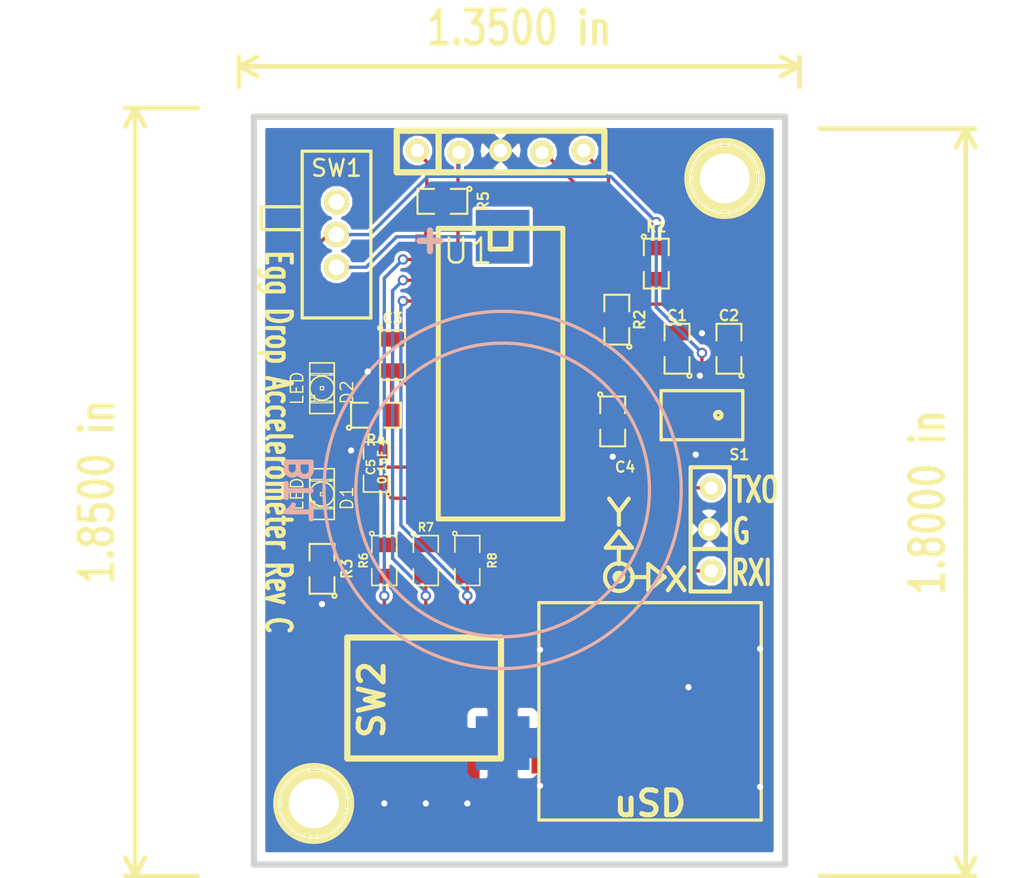
<source format=kicad_pcb>
(kicad_pcb (version 3) (host pcbnew "(2013-07-07 BZR 4022)-stable")

  (general
    (links 69)
    (no_connects 0)
    (area 75.677908 77.810359 118.691661 123.939301)
    (thickness 1.6002)
    (drawings 11)
    (tracks 234)
    (zones 0)
    (modules 26)
    (nets 26)
  )

  (page A4)
  (layers
    (15 Front signal)
    (0 Back signal)
    (16 B.Adhes user)
    (17 F.Adhes user)
    (18 B.Paste user)
    (19 F.Paste user)
    (20 B.SilkS user)
    (21 F.SilkS user)
    (22 B.Mask user)
    (23 F.Mask user)
    (24 Dwgs.User user)
    (25 Cmts.User user)
    (26 Eco1.User user)
    (27 Eco2.User user)
    (28 Edge.Cuts user)
  )

  (setup
    (last_trace_width 0.2032)
    (trace_clearance 0.2032)
    (zone_clearance 0.2032)
    (zone_45_only no)
    (trace_min 0.2032)
    (segment_width 0.381)
    (edge_width 0.381)
    (via_size 0.635)
    (via_drill 0.381)
    (via_min_size 0.635)
    (via_min_drill 0.381)
    (uvia_size 0.508)
    (uvia_drill 0.127)
    (uvias_allowed no)
    (uvia_min_size 0.508)
    (uvia_min_drill 0.127)
    (pcb_text_width 0.3048)
    (pcb_text_size 1.524 2.032)
    (mod_edge_width 0.2)
    (mod_text_size 1.524 1.524)
    (mod_text_width 0.3048)
    (pad_size 1.397 1.397)
    (pad_drill 0.8128)
    (pad_to_mask_clearance 0.254)
    (aux_axis_origin 0 0)
    (visible_elements 7FFFFFFF)
    (pcbplotparams
      (layerselection 283148289)
      (usegerberextensions true)
      (excludeedgelayer true)
      (linewidth 0.150000)
      (plotframeref false)
      (viasonmask false)
      (mode 1)
      (useauxorigin false)
      (hpglpennumber 1)
      (hpglpenspeed 20)
      (hpglpendiameter 15)
      (hpglpenoverlay 0)
      (psnegative false)
      (psa4output false)
      (plotreference true)
      (plotvalue true)
      (plotothertext true)
      (plotinvisibletext false)
      (padsonsilk false)
      (subtractmaskfromsilk false)
      (outputformat 1)
      (mirror false)
      (drillshape 0)
      (scaleselection 1)
      (outputdirectory Gerbers/))
  )

  (net 0 "")
  (net 1 +3.3V)
  (net 2 /ALT)
  (net 3 /CS)
  (net 4 /INT1)
  (net 5 /INT2)
  (net 6 /MCLR)
  (net 7 /MISO)
  (net 8 /MOSI)
  (net 9 /PGC)
  (net 10 /PGD)
  (net 11 /RANGE_0)
  (net 12 /RANGE_1)
  (net 13 /RX)
  (net 14 /SCL)
  (net 15 /SCk)
  (net 16 /SDA)
  (net 17 /SDO)
  (net 18 /TEST)
  (net 19 /TX)
  (net 20 GND)
  (net 21 N-0000014)
  (net 22 N-0000015)
  (net 23 N-000005)
  (net 24 N-000006)
  (net 25 N-000008)

  (net_class Default "This is the default net class."
    (clearance 0.2032)
    (trace_width 0.2032)
    (via_dia 0.635)
    (via_drill 0.381)
    (uvia_dia 0.508)
    (uvia_drill 0.127)
    (add_net "")
    (add_net +3.3V)
    (add_net /ALT)
    (add_net /CS)
    (add_net /INT1)
    (add_net /INT2)
    (add_net /MCLR)
    (add_net /MISO)
    (add_net /MOSI)
    (add_net /PGC)
    (add_net /PGD)
    (add_net /RANGE_0)
    (add_net /RANGE_1)
    (add_net /RX)
    (add_net /SCL)
    (add_net /SCk)
    (add_net /SDA)
    (add_net /SDO)
    (add_net /TEST)
    (add_net /TX)
    (add_net GND)
    (add_net N-0000014)
    (add_net N-0000015)
    (add_net N-000005)
    (add_net N-000006)
    (add_net N-000008)
  )

  (module MICRO_SD_HINGE_AMP (layer Front) (tedit 51C8D374) (tstamp 51CB1677)
    (at 110.236 121.031 180)
    (path /502A8622)
    (fp_text reference uSD (at 0 1.016 180) (layer F.SilkS)
      (effects (font (size 1.524 1.524) (thickness 0.3048)))
    )
    (fp_text value uSD (at 0 -1 180) (layer F.SilkS) hide
      (effects (font (size 1.524 1.524) (thickness 0.3048)))
    )
    (fp_line (start 6.79958 0) (end 6.79958 13.29944) (layer F.SilkS) (width 0.20066))
    (fp_line (start 6.79958 13.29944) (end -6.79958 13.29944) (layer F.SilkS) (width 0.20066))
    (fp_line (start -6.79958 13.29944) (end -6.79958 0) (layer F.SilkS) (width 0.20066))
    (fp_line (start -6.79958 0) (end 6.79958 0) (layer F.SilkS) (width 0.20066))
    (pad 1 smd rect (at 3.16992 9.46912 180) (size 0.59944 1.04902)
      (layers Front F.Paste F.Mask)
    )
    (pad 2 smd rect (at 2.0701 9.46912 180) (size 0.59944 1.04902)
      (layers Front F.Paste F.Mask)
      (net 3 /CS)
    )
    (pad 3 smd rect (at 0.97028 9.46912 180) (size 0.59944 1.04902)
      (layers Front F.Paste F.Mask)
      (net 8 /MOSI)
    )
    (pad 4 smd rect (at -0.12954 9.46912 180) (size 0.59944 1.04902)
      (layers Front F.Paste F.Mask)
      (net 1 +3.3V)
    )
    (pad 5 smd rect (at -1.22936 9.46912 180) (size 0.59944 1.04902)
      (layers Front F.Paste F.Mask)
      (net 15 /SCk)
    )
    (pad 6 smd rect (at -2.32918 9.46912 180) (size 0.59944 1.04902)
      (layers Front F.Paste F.Mask)
      (net 20 GND)
    )
    (pad 7 smd rect (at -3.429 9.46912 180) (size 0.59944 1.04902)
      (layers Front F.Paste F.Mask)
      (net 7 /MISO)
    )
    (pad 8 smd rect (at -4.52882 9.46912 180) (size 0.59944 1.04902)
      (layers Front F.Paste F.Mask)
    )
    (pad SHLD smd rect (at 6.72592 11.99896 180) (size 1.04902 1.50114)
      (layers Front F.Paste F.Mask)
      (net 20 GND)
    )
    (pad SHLD smd rect (at -6.72592 11.99896 180) (size 1.04902 1.50114)
      (layers Front F.Paste F.Mask)
      (net 20 GND)
    )
    (pad SHLD smd rect (at 6.72592 3.59918 180) (size 1.04902 1.50114)
      (layers Front F.Paste F.Mask)
      (net 20 GND)
    )
    (pad SHLD smd rect (at -6.72592 3.59918 180) (size 1.04902 1.50114)
      (layers Front F.Paste F.Mask)
      (net 20 GND)
    )
    (model Custom/SD-Amp-microSlot.wrl
      (at (xyz 0 -0.261181 0))
      (scale (xyz 0.3937 0.3937 0.3937))
      (rotate (xyz 0 0 0))
    )
  )

  (module SWITCH_DIP_3 (layer Front) (tedit 51CA1F54) (tstamp 51C26949)
    (at 96.52 113.665)
    (path /51B94C56)
    (fp_text reference SW2 (at -3.302 0 90) (layer F.SilkS)
      (effects (font (size 1.524 1.524) (thickness 0.3048)))
    )
    (fp_text value ~ (at -6 0 90) (layer F.SilkS) hide
      (effects (font (size 1.524 1.524) (thickness 0.3048)))
    )
    (fp_line (start -4.8 -3.8) (end -4.8 3.6) (layer F.SilkS) (width 0.381))
    (fp_line (start -4.8 3.6) (end 4.6 3.6) (layer F.SilkS) (width 0.381))
    (fp_line (start 4.6 3.6) (end 4.6 -3.6) (layer F.SilkS) (width 0.381))
    (fp_line (start 4.6 -3.6) (end 4.6 -3.8) (layer F.SilkS) (width 0.381))
    (fp_line (start 4.6 -3.8) (end -4.8 -3.8) (layer F.SilkS) (width 0.381))
    (pad 1 smd rect (at -2.54 -4.05) (size 1.5 3)
      (layers Front F.Paste F.Mask)
      (net 11 /RANGE_0)
    )
    (pad 2 smd rect (at 0 -4.05) (size 1.5 3)
      (layers Front F.Paste F.Mask)
      (net 12 /RANGE_1)
    )
    (pad 3 smd rect (at 2.54 -4.05) (size 1.5 3)
      (layers Front F.Paste F.Mask)
      (net 18 /TEST)
    )
    (pad 4 smd rect (at 2.54 4.05) (size 1.5 3)
      (layers Front F.Paste F.Mask)
      (net 20 GND)
    )
    (pad 5 smd rect (at 0 4.05) (size 1.5 3)
      (layers Front F.Paste F.Mask)
      (net 20 GND)
    )
    (pad 6 smd rect (at -2.54 4.05) (size 1.5 3)
      (layers Front F.Paste F.Mask)
      (net 20 GND)
    )
    (model Custom/Switch-DIP-SMD-3.wrl
      (at (xyz 0 0 0))
      (scale (xyz 0.3937 0.3937 0.3937))
      (rotate (xyz 0 0 0))
    )
  )

  (module CONN_1x3 (layer Front) (tedit 51CA1F28) (tstamp 51C26977)
    (at 113.919 103.251 270)
    (path /51C24FA5)
    (fp_text reference K1 (at 0 2.54 270) (layer F.SilkS) hide
      (effects (font (size 1.524 1.524) (thickness 0.3048)))
    )
    (fp_text value CONN_3 (at 0 -2.286 270) (layer F.SilkS) hide
      (effects (font (size 1.524 1.524) (thickness 0.3048)))
    )
    (fp_line (start 1.2 1.2) (end 1.2 -1.2) (layer F.SilkS) (width 0.254))
    (fp_line (start 3.6 -1.2) (end -3.8 -1.2) (layer F.SilkS) (width 0.254))
    (fp_line (start -3.8 -1.2) (end -3.8 1) (layer F.SilkS) (width 0.254))
    (fp_line (start -3.8 1) (end -3.8 1.2) (layer F.SilkS) (width 0.254))
    (fp_line (start -3.8 1.2) (end 3.8 1.2) (layer F.SilkS) (width 0.254))
    (fp_line (start 3.8 1.2) (end 3.8 -1.2) (layer F.SilkS) (width 0.254))
    (fp_line (start 3.8 -1.2) (end 3.6 -1.2) (layer F.SilkS) (width 0.254))
    (pad 1 thru_hole circle (at 2.54 -0.06096 270) (size 1.397 1.397) (drill 0.8128)
      (layers *.Cu *.Mask F.SilkS)
      (net 13 /RX)
    )
    (pad 2 thru_hole circle (at 0 0.06096 270) (size 1.397 1.397) (drill 0.8128)
      (layers *.Cu *.Mask F.SilkS)
      (net 20 GND)
    )
    (pad 3 thru_hole circle (at -2.54 -0.06096 270) (size 1.397 1.397) (drill 0.8128)
      (layers *.Cu *.Mask F.SilkS)
      (net 19 /TX)
    )
  )

  (module LGA-14 (layer Front) (tedit 51C8D33D) (tstamp 50EBAAD2)
    (at 113.411 96.266 270)
    (path /502A7972)
    (fp_text reference S1 (at 2.413 -2.286 360) (layer F.SilkS)
      (effects (font (size 0.635 0.635) (thickness 0.127)))
    )
    (fp_text value ADXL345 (at 0 -3.6 270) (layer F.SilkS) hide
      (effects (font (size 1.00076 1.00076) (thickness 0.25019)))
    )
    (fp_circle (center 0 -1) (end 0.2 -1) (layer F.SilkS) (width 0.254))
    (fp_line (start -1.50114 -2.49936) (end 1.50114 -2.49936) (layer F.SilkS) (width 0.20066))
    (fp_line (start 1.50114 -2.49936) (end 1.50114 2.49936) (layer F.SilkS) (width 0.20066))
    (fp_line (start 1.50114 2.49936) (end -1.50114 2.49936) (layer F.SilkS) (width 0.20066))
    (fp_line (start -1.50114 2.49936) (end -1.50114 -2.49936) (layer F.SilkS) (width 0.20066))
    (pad 1 smd rect (at -1.09728 -1.99898 270) (size 1.14554 0.55118)
      (layers Front F.Paste F.Mask)
      (net 1 +3.3V)
    )
    (pad 2 smd rect (at -1.09728 -1.19888 270) (size 1.14554 0.55118)
      (layers Front F.Paste F.Mask)
      (net 20 GND)
    )
    (pad 3 smd rect (at -1.09728 -0.39878 270) (size 1.14554 0.55118)
      (layers Front F.Paste F.Mask)
      (net 1 +3.3V)
    )
    (pad 4 smd rect (at -1.09728 0.39878 270) (size 1.14554 0.55118)
      (layers Front F.Paste F.Mask)
      (net 20 GND)
    )
    (pad 5 smd rect (at -1.09728 1.19888 270) (size 1.14554 0.55118)
      (layers Front F.Paste F.Mask)
      (net 20 GND)
    )
    (pad 6 smd rect (at -1.09728 1.99898 270) (size 1.14554 0.55118)
      (layers Front F.Paste F.Mask)
      (net 1 +3.3V)
    )
    (pad 7 smd rect (at 0 2.09804 270) (size 0.55118 1.14554)
      (layers Front F.Paste F.Mask)
      (net 2 /ALT)
    )
    (pad 8 smd rect (at 1.09728 1.99898 270) (size 1.14554 0.55118)
      (layers Front F.Paste F.Mask)
      (net 4 /INT1)
    )
    (pad 9 smd rect (at 1.09728 1.19888 270) (size 1.14554 0.55118)
      (layers Front F.Paste F.Mask)
      (net 5 /INT2)
    )
    (pad 10 smd rect (at 1.09728 0.39878 270) (size 1.14554 0.55118)
      (layers Front F.Paste F.Mask)
    )
    (pad 11 smd rect (at 1.09728 -0.39878 270) (size 1.14554 0.55118)
      (layers Front F.Paste F.Mask)
      (net 20 GND)
    )
    (pad 12 smd rect (at 1.09728 -1.19888 270) (size 1.14554 0.55118)
      (layers Front F.Paste F.Mask)
      (net 17 /SDO)
    )
    (pad 13 smd rect (at 1.09728 -1.99898 270) (size 1.14554 0.55118)
      (layers Front F.Paste F.Mask)
      (net 16 /SDA)
    )
    (pad 14 smd rect (at 0 -2.09804 270) (size 0.55118 1.14554)
      (layers Front F.Paste F.Mask)
      (net 14 /SCL)
    )
    (model Custom/ADXL345.wrl
      (at (xyz 0 0 0.019685))
      (scale (xyz 0.3937 0.3937 0.3937))
      (rotate (xyz 0 0 0))
    )
  )

  (module CONN_1x5 (layer Front) (tedit 51CA1F30) (tstamp 50EBAAD4)
    (at 101.092 80.137 180)
    (path /50EBA1B5)
    (fp_text reference P1 (at -8.001 -0.127 180) (layer F.SilkS) hide
      (effects (font (size 1.524 1.524) (thickness 0.3048)))
    )
    (fp_text value CONN_5 (at 0 -2.4 180) (layer F.SilkS) hide
      (effects (font (size 1.524 1.524) (thickness 0.3048)))
    )
    (fp_line (start 3.79 1.27) (end 3.79 -1.27) (layer F.SilkS) (width 0.381))
    (fp_line (start -6.35 -1.27) (end 6.35 -1.27) (layer F.SilkS) (width 0.381))
    (fp_line (start 6.35 -1.27) (end 6.35 1.27) (layer F.SilkS) (width 0.381))
    (fp_line (start 6.35 1.27) (end -6.35 1.27) (layer F.SilkS) (width 0.381))
    (fp_line (start -6.35 1.27) (end -6.35 -1.27) (layer F.SilkS) (width 0.381))
    (pad 1 thru_hole circle (at 5.08 0.06096 180) (size 1.397 1.397) (drill 0.8128)
      (layers *.Cu *.Mask F.SilkS)
      (net 6 /MCLR)
    )
    (pad 2 thru_hole circle (at 2.54 -0.06096 180) (size 1.397 1.397) (drill 0.8128)
      (layers *.Cu *.Mask F.SilkS)
      (net 1 +3.3V)
    )
    (pad 3 thru_hole circle (at 0 0.06096 180) (size 1.397 1.397) (drill 0.8128)
      (layers *.Cu *.Mask F.SilkS)
      (net 20 GND)
    )
    (pad 4 thru_hole circle (at -2.54 -0.06096 180) (size 1.397 1.397) (drill 0.8128)
      (layers *.Cu *.Mask F.SilkS)
      (net 10 /PGD)
    )
    (pad 5 thru_hole circle (at -5.08 0.06096 180) (size 1.397 1.397) (drill 0.8128)
      (layers *.Cu *.Mask F.SilkS)
      (net 9 /PGC)
    )
  )

  (module LED-1206 (layer Front) (tedit 49BFA1FF) (tstamp 50EBAABF)
    (at 90.17 94.615 270)
    (descr "LED 1206 smd package")
    (tags "LED1206 SMD")
    (path /502A880A)
    (attr smd)
    (fp_text reference D2 (at 0.254 -1.524 270) (layer F.SilkS)
      (effects (font (size 0.762 0.762) (thickness 0.0889)))
    )
    (fp_text value LED (at 0 1.524 270) (layer F.SilkS)
      (effects (font (size 0.762 0.762) (thickness 0.0889)))
    )
    (fp_line (start -0.09906 0.09906) (end 0.09906 0.09906) (layer F.SilkS) (width 0.06604))
    (fp_line (start 0.09906 0.09906) (end 0.09906 -0.09906) (layer F.SilkS) (width 0.06604))
    (fp_line (start -0.09906 -0.09906) (end 0.09906 -0.09906) (layer F.SilkS) (width 0.06604))
    (fp_line (start -0.09906 0.09906) (end -0.09906 -0.09906) (layer F.SilkS) (width 0.06604))
    (fp_line (start 0.44958 0.6985) (end 0.79756 0.6985) (layer F.SilkS) (width 0.06604))
    (fp_line (start 0.79756 0.6985) (end 0.79756 0.44958) (layer F.SilkS) (width 0.06604))
    (fp_line (start 0.44958 0.44958) (end 0.79756 0.44958) (layer F.SilkS) (width 0.06604))
    (fp_line (start 0.44958 0.6985) (end 0.44958 0.44958) (layer F.SilkS) (width 0.06604))
    (fp_line (start 0.79756 0.6985) (end 0.89916 0.6985) (layer F.SilkS) (width 0.06604))
    (fp_line (start 0.89916 0.6985) (end 0.89916 -0.49784) (layer F.SilkS) (width 0.06604))
    (fp_line (start 0.79756 -0.49784) (end 0.89916 -0.49784) (layer F.SilkS) (width 0.06604))
    (fp_line (start 0.79756 0.6985) (end 0.79756 -0.49784) (layer F.SilkS) (width 0.06604))
    (fp_line (start 0.79756 -0.54864) (end 0.89916 -0.54864) (layer F.SilkS) (width 0.06604))
    (fp_line (start 0.89916 -0.54864) (end 0.89916 -0.6985) (layer F.SilkS) (width 0.06604))
    (fp_line (start 0.79756 -0.6985) (end 0.89916 -0.6985) (layer F.SilkS) (width 0.06604))
    (fp_line (start 0.79756 -0.54864) (end 0.79756 -0.6985) (layer F.SilkS) (width 0.06604))
    (fp_line (start -0.89916 0.6985) (end -0.79756 0.6985) (layer F.SilkS) (width 0.06604))
    (fp_line (start -0.79756 0.6985) (end -0.79756 -0.49784) (layer F.SilkS) (width 0.06604))
    (fp_line (start -0.89916 -0.49784) (end -0.79756 -0.49784) (layer F.SilkS) (width 0.06604))
    (fp_line (start -0.89916 0.6985) (end -0.89916 -0.49784) (layer F.SilkS) (width 0.06604))
    (fp_line (start -0.89916 -0.54864) (end -0.79756 -0.54864) (layer F.SilkS) (width 0.06604))
    (fp_line (start -0.79756 -0.54864) (end -0.79756 -0.6985) (layer F.SilkS) (width 0.06604))
    (fp_line (start -0.89916 -0.6985) (end -0.79756 -0.6985) (layer F.SilkS) (width 0.06604))
    (fp_line (start -0.89916 -0.54864) (end -0.89916 -0.6985) (layer F.SilkS) (width 0.06604))
    (fp_line (start 0.44958 0.6985) (end 0.59944 0.6985) (layer F.SilkS) (width 0.06604))
    (fp_line (start 0.59944 0.6985) (end 0.59944 0.44958) (layer F.SilkS) (width 0.06604))
    (fp_line (start 0.44958 0.44958) (end 0.59944 0.44958) (layer F.SilkS) (width 0.06604))
    (fp_line (start 0.44958 0.6985) (end 0.44958 0.44958) (layer F.SilkS) (width 0.06604))
    (fp_line (start 1.5494 0.7493) (end -1.5494 0.7493) (layer F.SilkS) (width 0.1016))
    (fp_line (start -1.5494 0.7493) (end -1.5494 -0.7493) (layer F.SilkS) (width 0.1016))
    (fp_line (start -1.5494 -0.7493) (end 1.5494 -0.7493) (layer F.SilkS) (width 0.1016))
    (fp_line (start 1.5494 -0.7493) (end 1.5494 0.7493) (layer F.SilkS) (width 0.1016))
    (fp_arc (start 0 0) (end 0.54864 0.49784) (angle 95.4) (layer F.SilkS) (width 0.1016))
    (fp_arc (start 0 0) (end -0.54864 0.49784) (angle 84.5) (layer F.SilkS) (width 0.1016))
    (fp_arc (start 0 0) (end -0.54864 -0.49784) (angle 95.4) (layer F.SilkS) (width 0.1016))
    (fp_arc (start 0 0) (end 0.54864 -0.49784) (angle 84.5) (layer F.SilkS) (width 0.1016))
    (pad 1 smd rect (at -1.41986 0 270) (size 1.59766 1.80086)
      (layers Front F.Paste F.Mask)
      (net 1 +3.3V)
    )
    (pad 2 smd rect (at 1.41986 0 270) (size 1.59766 1.80086)
      (layers Front F.Paste F.Mask)
      (net 23 N-000005)
    )
    (model Custom/LED-1206.wrl
      (at (xyz 0 0 0))
      (scale (xyz 0.3937 0.3937 0.3937))
      (rotate (xyz 0 0 0))
    )
  )

  (module LED-1206 (layer Front) (tedit 49BFA1FF) (tstamp 50EBAABD)
    (at 90.17 101.092 270)
    (descr "LED 1206 smd package")
    (tags "LED1206 SMD")
    (path /502A880F)
    (attr smd)
    (fp_text reference D1 (at 0.254 -1.524 270) (layer F.SilkS)
      (effects (font (size 0.762 0.762) (thickness 0.0889)))
    )
    (fp_text value LED (at 0 1.524 270) (layer F.SilkS)
      (effects (font (size 0.762 0.762) (thickness 0.0889)))
    )
    (fp_line (start -0.09906 0.09906) (end 0.09906 0.09906) (layer F.SilkS) (width 0.06604))
    (fp_line (start 0.09906 0.09906) (end 0.09906 -0.09906) (layer F.SilkS) (width 0.06604))
    (fp_line (start -0.09906 -0.09906) (end 0.09906 -0.09906) (layer F.SilkS) (width 0.06604))
    (fp_line (start -0.09906 0.09906) (end -0.09906 -0.09906) (layer F.SilkS) (width 0.06604))
    (fp_line (start 0.44958 0.6985) (end 0.79756 0.6985) (layer F.SilkS) (width 0.06604))
    (fp_line (start 0.79756 0.6985) (end 0.79756 0.44958) (layer F.SilkS) (width 0.06604))
    (fp_line (start 0.44958 0.44958) (end 0.79756 0.44958) (layer F.SilkS) (width 0.06604))
    (fp_line (start 0.44958 0.6985) (end 0.44958 0.44958) (layer F.SilkS) (width 0.06604))
    (fp_line (start 0.79756 0.6985) (end 0.89916 0.6985) (layer F.SilkS) (width 0.06604))
    (fp_line (start 0.89916 0.6985) (end 0.89916 -0.49784) (layer F.SilkS) (width 0.06604))
    (fp_line (start 0.79756 -0.49784) (end 0.89916 -0.49784) (layer F.SilkS) (width 0.06604))
    (fp_line (start 0.79756 0.6985) (end 0.79756 -0.49784) (layer F.SilkS) (width 0.06604))
    (fp_line (start 0.79756 -0.54864) (end 0.89916 -0.54864) (layer F.SilkS) (width 0.06604))
    (fp_line (start 0.89916 -0.54864) (end 0.89916 -0.6985) (layer F.SilkS) (width 0.06604))
    (fp_line (start 0.79756 -0.6985) (end 0.89916 -0.6985) (layer F.SilkS) (width 0.06604))
    (fp_line (start 0.79756 -0.54864) (end 0.79756 -0.6985) (layer F.SilkS) (width 0.06604))
    (fp_line (start -0.89916 0.6985) (end -0.79756 0.6985) (layer F.SilkS) (width 0.06604))
    (fp_line (start -0.79756 0.6985) (end -0.79756 -0.49784) (layer F.SilkS) (width 0.06604))
    (fp_line (start -0.89916 -0.49784) (end -0.79756 -0.49784) (layer F.SilkS) (width 0.06604))
    (fp_line (start -0.89916 0.6985) (end -0.89916 -0.49784) (layer F.SilkS) (width 0.06604))
    (fp_line (start -0.89916 -0.54864) (end -0.79756 -0.54864) (layer F.SilkS) (width 0.06604))
    (fp_line (start -0.79756 -0.54864) (end -0.79756 -0.6985) (layer F.SilkS) (width 0.06604))
    (fp_line (start -0.89916 -0.6985) (end -0.79756 -0.6985) (layer F.SilkS) (width 0.06604))
    (fp_line (start -0.89916 -0.54864) (end -0.89916 -0.6985) (layer F.SilkS) (width 0.06604))
    (fp_line (start 0.44958 0.6985) (end 0.59944 0.6985) (layer F.SilkS) (width 0.06604))
    (fp_line (start 0.59944 0.6985) (end 0.59944 0.44958) (layer F.SilkS) (width 0.06604))
    (fp_line (start 0.44958 0.44958) (end 0.59944 0.44958) (layer F.SilkS) (width 0.06604))
    (fp_line (start 0.44958 0.6985) (end 0.44958 0.44958) (layer F.SilkS) (width 0.06604))
    (fp_line (start 1.5494 0.7493) (end -1.5494 0.7493) (layer F.SilkS) (width 0.1016))
    (fp_line (start -1.5494 0.7493) (end -1.5494 -0.7493) (layer F.SilkS) (width 0.1016))
    (fp_line (start -1.5494 -0.7493) (end 1.5494 -0.7493) (layer F.SilkS) (width 0.1016))
    (fp_line (start 1.5494 -0.7493) (end 1.5494 0.7493) (layer F.SilkS) (width 0.1016))
    (fp_arc (start 0 0) (end 0.54864 0.49784) (angle 95.4) (layer F.SilkS) (width 0.1016))
    (fp_arc (start 0 0) (end -0.54864 0.49784) (angle 84.5) (layer F.SilkS) (width 0.1016))
    (fp_arc (start 0 0) (end -0.54864 -0.49784) (angle 95.4) (layer F.SilkS) (width 0.1016))
    (fp_arc (start 0 0) (end 0.54864 -0.49784) (angle 84.5) (layer F.SilkS) (width 0.1016))
    (pad 1 smd rect (at -1.41986 0 270) (size 1.59766 1.80086)
      (layers Front F.Paste F.Mask)
      (net 22 N-0000015)
    )
    (pad 2 smd rect (at 1.41986 0 270) (size 1.59766 1.80086)
      (layers Front F.Paste F.Mask)
      (net 24 N-000006)
    )
    (model Custom/LED-1206.wrl
      (at (xyz 0 0 0))
      (scale (xyz 0.3937 0.3937 0.3937))
      (rotate (xyz 0 0 0))
    )
  )

  (module SM0805 (layer Front) (tedit 5091495C) (tstamp 51C3C3AA)
    (at 93.472 99.441 90)
    (path /51C3C447)
    (attr smd)
    (fp_text reference C5 (at 0 -0.3175 90) (layer F.SilkS)
      (effects (font (size 0.50038 0.50038) (thickness 0.10922)))
    )
    (fp_text value 0.1uF (at 0 0.381 90) (layer F.SilkS)
      (effects (font (size 0.50038 0.50038) (thickness 0.10922)))
    )
    (fp_circle (center -1.651 0.762) (end -1.651 0.635) (layer F.SilkS) (width 0.09906))
    (fp_line (start -0.508 0.762) (end -1.524 0.762) (layer F.SilkS) (width 0.09906))
    (fp_line (start -1.524 0.762) (end -1.524 -0.762) (layer F.SilkS) (width 0.09906))
    (fp_line (start -1.524 -0.762) (end -0.508 -0.762) (layer F.SilkS) (width 0.09906))
    (fp_line (start 0.508 -0.762) (end 1.524 -0.762) (layer F.SilkS) (width 0.09906))
    (fp_line (start 1.524 -0.762) (end 1.524 0.762) (layer F.SilkS) (width 0.09906))
    (fp_line (start 1.524 0.762) (end 0.508 0.762) (layer F.SilkS) (width 0.09906))
    (pad 1 smd rect (at -0.9525 0 90) (size 0.889 1.397)
      (layers Front F.Paste F.Mask)
      (net 1 +3.3V)
    )
    (pad 2 smd rect (at 0.9525 0 90) (size 0.889 1.397)
      (layers Front F.Paste F.Mask)
      (net 20 GND)
    )
    (model smd/capacitors/C0805.wrl
      (at (xyz 0 0 0))
      (scale (xyz 0.3937 0.3937 0.3937))
      (rotate (xyz 0 0 0))
    )
  )

  (module SM0805 (layer Front) (tedit 51C39A4C) (tstamp 51C26970)
    (at 93.98 105.156 270)
    (path /51B949AC)
    (attr smd)
    (fp_text reference R6 (at 0 1.27 270) (layer F.SilkS)
      (effects (font (size 0.50038 0.50038) (thickness 0.10922)))
    )
    (fp_text value 10k (at 0 0.381 270) (layer F.SilkS) hide
      (effects (font (size 0.50038 0.50038) (thickness 0.10922)))
    )
    (fp_circle (center -1.651 0.762) (end -1.651 0.635) (layer F.SilkS) (width 0.09906))
    (fp_line (start -0.508 0.762) (end -1.524 0.762) (layer F.SilkS) (width 0.09906))
    (fp_line (start -1.524 0.762) (end -1.524 -0.762) (layer F.SilkS) (width 0.09906))
    (fp_line (start -1.524 -0.762) (end -0.508 -0.762) (layer F.SilkS) (width 0.09906))
    (fp_line (start 0.508 -0.762) (end 1.524 -0.762) (layer F.SilkS) (width 0.09906))
    (fp_line (start 1.524 -0.762) (end 1.524 0.762) (layer F.SilkS) (width 0.09906))
    (fp_line (start 1.524 0.762) (end 0.508 0.762) (layer F.SilkS) (width 0.09906))
    (pad 1 smd rect (at -0.9525 0 270) (size 0.889 1.397)
      (layers Front F.Paste F.Mask)
      (net 1 +3.3V)
    )
    (pad 2 smd rect (at 0.9525 0 270) (size 0.889 1.397)
      (layers Front F.Paste F.Mask)
      (net 11 /RANGE_0)
    )
    (model smd/resistors/R0805/R0805.wrl
      (at (xyz 0 0 0))
      (scale (xyz 0.3937 0.3937 0.3937))
      (rotate (xyz 0 0 0))
    )
  )

  (module SM0805 (layer Front) (tedit 51C39A51) (tstamp 51C26963)
    (at 96.52 105.156 270)
    (path /51B949B2)
    (attr smd)
    (fp_text reference R7 (at -2.032 0 360) (layer F.SilkS)
      (effects (font (size 0.50038 0.50038) (thickness 0.10922)))
    )
    (fp_text value 10k (at 0 0.381 270) (layer F.SilkS) hide
      (effects (font (size 0.50038 0.50038) (thickness 0.10922)))
    )
    (fp_circle (center -1.651 0.762) (end -1.651 0.635) (layer F.SilkS) (width 0.09906))
    (fp_line (start -0.508 0.762) (end -1.524 0.762) (layer F.SilkS) (width 0.09906))
    (fp_line (start -1.524 0.762) (end -1.524 -0.762) (layer F.SilkS) (width 0.09906))
    (fp_line (start -1.524 -0.762) (end -0.508 -0.762) (layer F.SilkS) (width 0.09906))
    (fp_line (start 0.508 -0.762) (end 1.524 -0.762) (layer F.SilkS) (width 0.09906))
    (fp_line (start 1.524 -0.762) (end 1.524 0.762) (layer F.SilkS) (width 0.09906))
    (fp_line (start 1.524 0.762) (end 0.508 0.762) (layer F.SilkS) (width 0.09906))
    (pad 1 smd rect (at -0.9525 0 270) (size 0.889 1.397)
      (layers Front F.Paste F.Mask)
      (net 1 +3.3V)
    )
    (pad 2 smd rect (at 0.9525 0 270) (size 0.889 1.397)
      (layers Front F.Paste F.Mask)
      (net 12 /RANGE_1)
    )
    (model smd/resistors/R0805/R0805.wrl
      (at (xyz 0 0 0))
      (scale (xyz 0.3937 0.3937 0.3937))
      (rotate (xyz 0 0 0))
    )
  )

  (module SM0805 (layer Front) (tedit 51C39A56) (tstamp 51C26956)
    (at 99.06 105.156 270)
    (path /51B949B5)
    (attr smd)
    (fp_text reference R8 (at 0 -1.524 270) (layer F.SilkS)
      (effects (font (size 0.50038 0.50038) (thickness 0.10922)))
    )
    (fp_text value 10k (at 0 0.381 270) (layer F.SilkS) hide
      (effects (font (size 0.50038 0.50038) (thickness 0.10922)))
    )
    (fp_circle (center -1.651 0.762) (end -1.651 0.635) (layer F.SilkS) (width 0.09906))
    (fp_line (start -0.508 0.762) (end -1.524 0.762) (layer F.SilkS) (width 0.09906))
    (fp_line (start -1.524 0.762) (end -1.524 -0.762) (layer F.SilkS) (width 0.09906))
    (fp_line (start -1.524 -0.762) (end -0.508 -0.762) (layer F.SilkS) (width 0.09906))
    (fp_line (start 0.508 -0.762) (end 1.524 -0.762) (layer F.SilkS) (width 0.09906))
    (fp_line (start 1.524 -0.762) (end 1.524 0.762) (layer F.SilkS) (width 0.09906))
    (fp_line (start 1.524 0.762) (end 0.508 0.762) (layer F.SilkS) (width 0.09906))
    (pad 1 smd rect (at -0.9525 0 270) (size 0.889 1.397)
      (layers Front F.Paste F.Mask)
      (net 1 +3.3V)
    )
    (pad 2 smd rect (at 0.9525 0 270) (size 0.889 1.397)
      (layers Front F.Paste F.Mask)
      (net 18 /TEST)
    )
    (model smd/resistors/R0805/R0805.wrl
      (at (xyz 0 0 0))
      (scale (xyz 0.3937 0.3937 0.3937))
      (rotate (xyz 0 0 0))
    )
  )

  (module 1pin   locked (layer Front) (tedit 50EE524D) (tstamp 50EE522C)
    (at 114.808 81.788)
    (descr "module 1 pin (ou trou mecanique de percage)")
    (tags DEV)
    (path 1pin)
    (fp_text reference 1PIN (at 0 -3.048) (layer F.SilkS) hide
      (effects (font (size 1.016 1.016) (thickness 0.254)))
    )
    (fp_text value P*** (at 0 2.794) (layer F.SilkS) hide
      (effects (font (size 1.016 1.016) (thickness 0.254)))
    )
    (fp_circle (center 0 0) (end 0 -2.286) (layer F.SilkS) (width 0.381))
    (pad 1 thru_hole circle (at 0 0) (size 4.064 4.064) (drill 3.048)
      (layers *.Cu *.Mask F.SilkS)
    )
  )

  (module 1pin   locked (layer Front) (tedit 50EE51E8) (tstamp 50EE514A)
    (at 89.662 120.015)
    (descr "module 1 pin (ou trou mecanique de percage)")
    (tags DEV)
    (path 1pin)
    (fp_text reference 1PIN (at 0 -3.048) (layer F.SilkS) hide
      (effects (font (size 1.016 1.016) (thickness 0.254)))
    )
    (fp_text value P*** (at 0 2.794) (layer F.SilkS) hide
      (effects (font (size 1.016 1.016) (thickness 0.254)))
    )
    (fp_circle (center 0 0) (end 0 -2.286) (layer F.SilkS) (width 0.381))
    (pad 1 thru_hole circle (at 0 0) (size 4.064 4.064) (drill 3.048)
      (layers *.Cu *.Mask F.SilkS)
    )
  )

  (module SM0805 (layer Front) (tedit 50EE50D6) (tstamp 50EBAAD0)
    (at 97.536 83.185 180)
    (path /502A89DA)
    (attr smd)
    (fp_text reference R5 (at -2.49936 0 270) (layer F.SilkS)
      (effects (font (size 0.635 0.635) (thickness 0.127)))
    )
    (fp_text value 10K (at 0 0 180) (layer F.SilkS) hide
      (effects (font (size 0.635 0.635) (thickness 0.127)))
    )
    (fp_circle (center -1.651 0.762) (end -1.651 0.635) (layer F.SilkS) (width 0.127))
    (fp_line (start -0.508 0.762) (end -1.524 0.762) (layer F.SilkS) (width 0.127))
    (fp_line (start -1.524 0.762) (end -1.524 -0.762) (layer F.SilkS) (width 0.127))
    (fp_line (start -1.524 -0.762) (end -0.508 -0.762) (layer F.SilkS) (width 0.127))
    (fp_line (start 0.508 -0.762) (end 1.524 -0.762) (layer F.SilkS) (width 0.127))
    (fp_line (start 1.524 -0.762) (end 1.524 0.762) (layer F.SilkS) (width 0.127))
    (fp_line (start 1.524 0.762) (end 0.508 0.762) (layer F.SilkS) (width 0.127))
    (pad 1 smd rect (at -0.9525 0 180) (size 0.889 1.397)
      (layers Front F.Paste F.Mask)
      (net 1 +3.3V)
    )
    (pad 2 smd rect (at 0.9525 0 180) (size 0.889 1.397)
      (layers Front F.Paste F.Mask)
      (net 6 /MCLR)
    )
    (model smd/resistors/R0805/R0805.wrl
      (at (xyz 0 0 0))
      (scale (xyz 0.3937 0.3937 0.3937))
      (rotate (xyz 0 0 0))
    )
  )

  (module SM0805 (layer Front) (tedit 51C38EFE) (tstamp 50EBAACE)
    (at 93.472 96.266)
    (path /502A8834)
    (attr smd)
    (fp_text reference R4 (at 0 1.524) (layer F.SilkS)
      (effects (font (size 0.635 0.635) (thickness 0.127)))
    )
    (fp_text value 330 (at 0 0) (layer F.SilkS) hide
      (effects (font (size 0.635 0.635) (thickness 0.127)))
    )
    (fp_circle (center -1.651 0.762) (end -1.651 0.635) (layer F.SilkS) (width 0.127))
    (fp_line (start -0.508 0.762) (end -1.524 0.762) (layer F.SilkS) (width 0.127))
    (fp_line (start -1.524 0.762) (end -1.524 -0.762) (layer F.SilkS) (width 0.127))
    (fp_line (start -1.524 -0.762) (end -0.508 -0.762) (layer F.SilkS) (width 0.127))
    (fp_line (start 0.508 -0.762) (end 1.524 -0.762) (layer F.SilkS) (width 0.127))
    (fp_line (start 1.524 -0.762) (end 1.524 0.762) (layer F.SilkS) (width 0.127))
    (fp_line (start 1.524 0.762) (end 0.508 0.762) (layer F.SilkS) (width 0.127))
    (pad 1 smd rect (at -0.9525 0) (size 0.889 1.397)
      (layers Front F.Paste F.Mask)
      (net 23 N-000005)
    )
    (pad 2 smd rect (at 0.9525 0) (size 0.889 1.397)
      (layers Front F.Paste F.Mask)
      (net 20 GND)
    )
    (model smd/resistors/R0805/R0805.wrl
      (at (xyz 0 0 0))
      (scale (xyz 0.3937 0.3937 0.3937))
      (rotate (xyz 0 0 0))
    )
  )

  (module SM0805 (layer Front) (tedit 51C39A5E) (tstamp 50EBAACC)
    (at 90.17 105.664 90)
    (path /502A8837)
    (attr smd)
    (fp_text reference R3 (at 0 1.524 90) (layer F.SilkS)
      (effects (font (size 0.635 0.635) (thickness 0.127)))
    )
    (fp_text value 330 (at 0 0 90) (layer F.SilkS) hide
      (effects (font (size 0.635 0.635) (thickness 0.127)))
    )
    (fp_circle (center -1.651 0.762) (end -1.651 0.635) (layer F.SilkS) (width 0.127))
    (fp_line (start -0.508 0.762) (end -1.524 0.762) (layer F.SilkS) (width 0.127))
    (fp_line (start -1.524 0.762) (end -1.524 -0.762) (layer F.SilkS) (width 0.127))
    (fp_line (start -1.524 -0.762) (end -0.508 -0.762) (layer F.SilkS) (width 0.127))
    (fp_line (start 0.508 -0.762) (end 1.524 -0.762) (layer F.SilkS) (width 0.127))
    (fp_line (start 1.524 -0.762) (end 1.524 0.762) (layer F.SilkS) (width 0.127))
    (fp_line (start 1.524 0.762) (end 0.508 0.762) (layer F.SilkS) (width 0.127))
    (pad 1 smd rect (at -0.9525 0 90) (size 0.889 1.397)
      (layers Front F.Paste F.Mask)
      (net 20 GND)
    )
    (pad 2 smd rect (at 0.9525 0 90) (size 0.889 1.397)
      (layers Front F.Paste F.Mask)
      (net 24 N-000006)
    )
    (model smd/resistors/R0805/R0805.wrl
      (at (xyz 0 0 0))
      (scale (xyz 0.3937 0.3937 0.3937))
      (rotate (xyz 0 0 0))
    )
  )

  (module SM0805 (layer Front) (tedit 51C39A2A) (tstamp 50EBAACA)
    (at 108.204 90.424 90)
    (path /502A80AD)
    (attr smd)
    (fp_text reference R2 (at 0 1.397 90) (layer F.SilkS)
      (effects (font (size 0.635 0.635) (thickness 0.127)))
    )
    (fp_text value 4.7K (at 0 0 90) (layer F.SilkS) hide
      (effects (font (size 0.635 0.635) (thickness 0.127)))
    )
    (fp_circle (center -1.651 0.762) (end -1.651 0.635) (layer F.SilkS) (width 0.127))
    (fp_line (start -0.508 0.762) (end -1.524 0.762) (layer F.SilkS) (width 0.127))
    (fp_line (start -1.524 0.762) (end -1.524 -0.762) (layer F.SilkS) (width 0.127))
    (fp_line (start -1.524 -0.762) (end -0.508 -0.762) (layer F.SilkS) (width 0.127))
    (fp_line (start 0.508 -0.762) (end 1.524 -0.762) (layer F.SilkS) (width 0.127))
    (fp_line (start 1.524 -0.762) (end 1.524 0.762) (layer F.SilkS) (width 0.127))
    (fp_line (start 1.524 0.762) (end 0.508 0.762) (layer F.SilkS) (width 0.127))
    (pad 1 smd rect (at -0.9525 0 90) (size 0.889 1.397)
      (layers Front F.Paste F.Mask)
      (net 1 +3.3V)
    )
    (pad 2 smd rect (at 0.9525 0 90) (size 0.889 1.397)
      (layers Front F.Paste F.Mask)
      (net 14 /SCL)
    )
    (model smd/resistors/R0805/R0805.wrl
      (at (xyz 0 0 0))
      (scale (xyz 0.3937 0.3937 0.3937))
      (rotate (xyz 0 0 0))
    )
  )

  (module SM0805 (layer Front) (tedit 50EE50DD) (tstamp 50EBAAC8)
    (at 110.617 86.995 270)
    (path /502A80AA)
    (attr smd)
    (fp_text reference R1 (at -2.25044 0 360) (layer F.SilkS)
      (effects (font (size 0.635 0.635) (thickness 0.127)))
    )
    (fp_text value 4.7K (at 0 0 270) (layer F.SilkS) hide
      (effects (font (size 0.635 0.635) (thickness 0.127)))
    )
    (fp_circle (center -1.651 0.762) (end -1.651 0.635) (layer F.SilkS) (width 0.127))
    (fp_line (start -0.508 0.762) (end -1.524 0.762) (layer F.SilkS) (width 0.127))
    (fp_line (start -1.524 0.762) (end -1.524 -0.762) (layer F.SilkS) (width 0.127))
    (fp_line (start -1.524 -0.762) (end -0.508 -0.762) (layer F.SilkS) (width 0.127))
    (fp_line (start 0.508 -0.762) (end 1.524 -0.762) (layer F.SilkS) (width 0.127))
    (fp_line (start 1.524 -0.762) (end 1.524 0.762) (layer F.SilkS) (width 0.127))
    (fp_line (start 1.524 0.762) (end 0.508 0.762) (layer F.SilkS) (width 0.127))
    (pad 1 smd rect (at -0.9525 0 270) (size 0.889 1.397)
      (layers Front F.Paste F.Mask)
      (net 1 +3.3V)
    )
    (pad 2 smd rect (at 0.9525 0 270) (size 0.889 1.397)
      (layers Front F.Paste F.Mask)
      (net 16 /SDA)
    )
    (model smd/resistors/R0805/R0805.wrl
      (at (xyz 0 0 0))
      (scale (xyz 0.3937 0.3937 0.3937))
      (rotate (xyz 0 0 0))
    )
  )

  (module SM0805 (layer Front) (tedit 51C3A157) (tstamp 50EBAAC6)
    (at 107.95 96.647 270)
    (path /502A80A3)
    (attr smd)
    (fp_text reference C4 (at 2.794 -0.762 360) (layer F.SilkS)
      (effects (font (size 0.635 0.635) (thickness 0.127)))
    )
    (fp_text value "0.1 uF" (at 0 0 270) (layer F.SilkS) hide
      (effects (font (size 0.635 0.635) (thickness 0.127)))
    )
    (fp_circle (center -1.651 0.762) (end -1.651 0.635) (layer F.SilkS) (width 0.127))
    (fp_line (start -0.508 0.762) (end -1.524 0.762) (layer F.SilkS) (width 0.127))
    (fp_line (start -1.524 0.762) (end -1.524 -0.762) (layer F.SilkS) (width 0.127))
    (fp_line (start -1.524 -0.762) (end -0.508 -0.762) (layer F.SilkS) (width 0.127))
    (fp_line (start 0.508 -0.762) (end 1.524 -0.762) (layer F.SilkS) (width 0.127))
    (fp_line (start 1.524 -0.762) (end 1.524 0.762) (layer F.SilkS) (width 0.127))
    (fp_line (start 1.524 0.762) (end 0.508 0.762) (layer F.SilkS) (width 0.127))
    (pad 1 smd rect (at -0.9525 0 270) (size 0.889 1.397)
      (layers Front F.Paste F.Mask)
      (net 1 +3.3V)
    )
    (pad 2 smd rect (at 0.9525 0 270) (size 0.889 1.397)
      (layers Front F.Paste F.Mask)
      (net 20 GND)
    )
    (model smd/capacitors/C0805.wrl
      (at (xyz 0 0 0))
      (scale (xyz 0.3937 0.3937 0.3937))
      (rotate (xyz 0 0 0))
    )
  )

  (module SM0805 (layer Front) (tedit 50EE50CC) (tstamp 50EBAAC4)
    (at 94.488 92.583 270)
    (path /502A80D3)
    (attr smd)
    (fp_text reference C3 (at -2.2479 0 360) (layer F.SilkS)
      (effects (font (size 0.635 0.635) (thickness 0.127)))
    )
    (fp_text value "10 uF" (at 0 0 270) (layer F.SilkS) hide
      (effects (font (size 0.635 0.635) (thickness 0.127)))
    )
    (fp_circle (center -1.651 0.762) (end -1.651 0.635) (layer F.SilkS) (width 0.127))
    (fp_line (start -0.508 0.762) (end -1.524 0.762) (layer F.SilkS) (width 0.127))
    (fp_line (start -1.524 0.762) (end -1.524 -0.762) (layer F.SilkS) (width 0.127))
    (fp_line (start -1.524 -0.762) (end -0.508 -0.762) (layer F.SilkS) (width 0.127))
    (fp_line (start 0.508 -0.762) (end 1.524 -0.762) (layer F.SilkS) (width 0.127))
    (fp_line (start 1.524 -0.762) (end 1.524 0.762) (layer F.SilkS) (width 0.127))
    (fp_line (start 1.524 0.762) (end 0.508 0.762) (layer F.SilkS) (width 0.127))
    (pad 1 smd rect (at -0.9525 0 270) (size 0.889 1.397)
      (layers Front F.Paste F.Mask)
      (net 21 N-0000014)
    )
    (pad 2 smd rect (at 0.9525 0 270) (size 0.889 1.397)
      (layers Front F.Paste F.Mask)
      (net 20 GND)
    )
    (model smd/capacitors/C0805.wrl
      (at (xyz 0 0 0))
      (scale (xyz 0.3937 0.3937 0.3937))
      (rotate (xyz 0 0 0))
    )
  )

  (module SM0805 (layer Front) (tedit 51C39A36) (tstamp 50EBAAC2)
    (at 115.062 92.202 90)
    (path /502A809D)
    (attr smd)
    (fp_text reference C2 (at 2.032 0 180) (layer F.SilkS)
      (effects (font (size 0.635 0.635) (thickness 0.127)))
    )
    (fp_text value "0.1 uF" (at 0 0 90) (layer F.SilkS) hide
      (effects (font (size 0.635 0.635) (thickness 0.127)))
    )
    (fp_circle (center -1.651 0.762) (end -1.651 0.635) (layer F.SilkS) (width 0.127))
    (fp_line (start -0.508 0.762) (end -1.524 0.762) (layer F.SilkS) (width 0.127))
    (fp_line (start -1.524 0.762) (end -1.524 -0.762) (layer F.SilkS) (width 0.127))
    (fp_line (start -1.524 -0.762) (end -0.508 -0.762) (layer F.SilkS) (width 0.127))
    (fp_line (start 0.508 -0.762) (end 1.524 -0.762) (layer F.SilkS) (width 0.127))
    (fp_line (start 1.524 -0.762) (end 1.524 0.762) (layer F.SilkS) (width 0.127))
    (fp_line (start 1.524 0.762) (end 0.508 0.762) (layer F.SilkS) (width 0.127))
    (pad 1 smd rect (at -0.9525 0 90) (size 0.889 1.397)
      (layers Front F.Paste F.Mask)
      (net 1 +3.3V)
    )
    (pad 2 smd rect (at 0.9525 0 90) (size 0.889 1.397)
      (layers Front F.Paste F.Mask)
      (net 20 GND)
    )
    (model smd/capacitors/C0805.wrl
      (at (xyz 0 0 0))
      (scale (xyz 0.3937 0.3937 0.3937))
      (rotate (xyz 0 0 0))
    )
  )

  (module SM0805 (layer Front) (tedit 51C39A32) (tstamp 50EBAAC0)
    (at 111.887 92.202 90)
    (path /502C8EBC)
    (attr smd)
    (fp_text reference C1 (at 2.032 0 180) (layer F.SilkS)
      (effects (font (size 0.635 0.635) (thickness 0.127)))
    )
    (fp_text value "1 uF" (at 0 0 90) (layer F.SilkS) hide
      (effects (font (size 0.635 0.635) (thickness 0.127)))
    )
    (fp_circle (center -1.651 0.762) (end -1.651 0.635) (layer F.SilkS) (width 0.127))
    (fp_line (start -0.508 0.762) (end -1.524 0.762) (layer F.SilkS) (width 0.127))
    (fp_line (start -1.524 0.762) (end -1.524 -0.762) (layer F.SilkS) (width 0.127))
    (fp_line (start -1.524 -0.762) (end -0.508 -0.762) (layer F.SilkS) (width 0.127))
    (fp_line (start 0.508 -0.762) (end 1.524 -0.762) (layer F.SilkS) (width 0.127))
    (fp_line (start 1.524 -0.762) (end 1.524 0.762) (layer F.SilkS) (width 0.127))
    (fp_line (start 1.524 0.762) (end 0.508 0.762) (layer F.SilkS) (width 0.127))
    (pad 1 smd rect (at -0.9525 0 90) (size 0.889 1.397)
      (layers Front F.Paste F.Mask)
      (net 1 +3.3V)
    )
    (pad 2 smd rect (at 0.9525 0 90) (size 0.889 1.397)
      (layers Front F.Paste F.Mask)
      (net 20 GND)
    )
    (model smd/capacitors/C0805.wrl
      (at (xyz 0 0 0))
      (scale (xyz 0.3937 0.3937 0.3937))
      (rotate (xyz 0 0 0))
    )
  )

  (module SO28 (layer Front) (tedit 50EE5441) (tstamp 50EBAABC)
    (at 101.092 93.726 270)
    (descr "Module CMS SO 28 pins large")
    (tags "CMS SOJ SO SOIC")
    (path /502A8028)
    (attr smd)
    (fp_text reference U1 (at -7.50062 1.99898 360) (layer F.SilkS)
      (effects (font (size 1.524 1.524) (thickness 0.1524)))
    )
    (fp_text value PIC18F27J13 (at 0 1.27 270) (layer F.SilkS) hide
      (effects (font (size 1.524 1.524) (thickness 0.1524)))
    )
    (fp_line (start 8.89 -2.54) (end 8.89 3.81) (layer F.SilkS) (width 0.3048))
    (fp_line (start 8.89 3.81) (end -8.89 3.81) (layer F.SilkS) (width 0.3048))
    (fp_line (start -8.89 3.81) (end -8.89 -3.81) (layer F.SilkS) (width 0.3048))
    (fp_line (start -8.89 -3.81) (end 8.89 -3.81) (layer F.SilkS) (width 0.3048))
    (fp_line (start 8.89 -3.81) (end 8.89 -2.54) (layer F.SilkS) (width 0.3048))
    (fp_line (start -8.89 -0.635) (end -7.62 -0.635) (layer F.SilkS) (width 0.3048))
    (fp_line (start -7.62 -0.635) (end -7.62 0.635) (layer F.SilkS) (width 0.3048))
    (fp_line (start -7.62 0.635) (end -8.89 0.635) (layer F.SilkS) (width 0.3048))
    (pad 1 smd rect (at -8.255 4.572 270) (size 0.508 1.27)
      (layers Front F.Paste F.Mask)
      (net 6 /MCLR)
    )
    (pad 2 smd rect (at -6.985 4.572 270) (size 0.508 1.27)
      (layers Front F.Paste F.Mask)
      (net 11 /RANGE_0)
    )
    (pad 3 smd rect (at -5.715 4.572 270) (size 0.508 1.27)
      (layers Front F.Paste F.Mask)
      (net 12 /RANGE_1)
    )
    (pad 4 smd rect (at -4.445 4.572 270) (size 0.508 1.27)
      (layers Front F.Paste F.Mask)
      (net 18 /TEST)
    )
    (pad 5 smd rect (at -3.175 4.572 270) (size 0.508 1.27)
      (layers Front F.Paste F.Mask)
    )
    (pad 6 smd rect (at -1.905 4.572 270) (size 0.508 1.27)
      (layers Front F.Paste F.Mask)
      (net 21 N-0000014)
    )
    (pad 7 smd rect (at -0.635 4.572 270) (size 0.508 1.27)
      (layers Front F.Paste F.Mask)
    )
    (pad 8 smd rect (at 0.635 4.572 270) (size 0.508 1.27)
      (layers Front F.Paste F.Mask)
      (net 20 GND)
    )
    (pad 9 smd rect (at 1.905 4.572 270) (size 0.508 1.27)
      (layers Front F.Paste F.Mask)
    )
    (pad 10 smd rect (at 3.175 4.572 270) (size 0.508 1.27)
      (layers Front F.Paste F.Mask)
    )
    (pad 11 smd rect (at 4.445 4.572 270) (size 0.508 1.27)
      (layers Front F.Paste F.Mask)
    )
    (pad 12 smd rect (at 5.715 4.572 270) (size 0.508 1.27)
      (layers Front F.Paste F.Mask)
      (net 22 N-0000015)
    )
    (pad 13 smd rect (at 6.985 4.572 270) (size 0.508 1.27)
      (layers Front F.Paste F.Mask)
      (net 3 /CS)
    )
    (pad 14 smd rect (at 8.255 4.572 270) (size 0.508 1.27)
      (layers Front F.Paste F.Mask)
      (net 15 /SCk)
    )
    (pad 15 smd rect (at 8.255 -4.572 270) (size 0.508 1.27)
      (layers Front F.Paste F.Mask)
      (net 7 /MISO)
    )
    (pad 16 smd rect (at 6.985 -4.572 270) (size 0.508 1.27)
      (layers Front F.Paste F.Mask)
      (net 8 /MOSI)
    )
    (pad 17 smd rect (at 5.715 -4.572 270) (size 0.508 1.27)
      (layers Front F.Paste F.Mask)
      (net 19 /TX)
    )
    (pad 18 smd rect (at 4.445 -4.572 270) (size 0.508 1.27)
      (layers Front F.Paste F.Mask)
      (net 13 /RX)
    )
    (pad 19 smd rect (at 3.175 -4.572 270) (size 0.508 1.27)
      (layers Front F.Paste F.Mask)
      (net 20 GND)
    )
    (pad 20 smd rect (at 1.905 -4.572 270) (size 0.508 1.27)
      (layers Front F.Paste F.Mask)
      (net 1 +3.3V)
    )
    (pad 21 smd rect (at 0.635 -4.572 270) (size 0.508 1.27)
      (layers Front F.Paste F.Mask)
      (net 17 /SDO)
    )
    (pad 22 smd rect (at -0.635 -4.572 270) (size 0.508 1.27)
      (layers Front F.Paste F.Mask)
      (net 5 /INT2)
    )
    (pad 23 smd rect (at -1.905 -4.572 270) (size 0.508 1.27)
      (layers Front F.Paste F.Mask)
      (net 4 /INT1)
    )
    (pad 24 smd rect (at -3.175 -4.572 270) (size 0.508 1.27)
      (layers Front F.Paste F.Mask)
      (net 2 /ALT)
    )
    (pad 25 smd rect (at -4.445 -4.572 270) (size 0.508 1.27)
      (layers Front F.Paste F.Mask)
      (net 14 /SCL)
    )
    (pad 26 smd rect (at -5.715 -4.572 270) (size 0.508 1.27)
      (layers Front F.Paste F.Mask)
      (net 16 /SDA)
    )
    (pad 27 smd rect (at -6.985 -4.572 270) (size 0.508 1.27)
      (layers Front F.Paste F.Mask)
      (net 9 /PGC)
    )
    (pad 28 smd rect (at -8.255 -4.572 270) (size 0.508 1.27)
      (layers Front F.Paste F.Mask)
      (net 10 /PGD)
    )
    (model smd/cms_soj28.wrl
      (at (xyz 0 0 0))
      (scale (xyz 0.5 0.55 0.5))
      (rotate (xyz 0 0 0))
    )
  )

  (module BATT_CR2032_MPD (layer Back) (tedit 51C8CC80) (tstamp 51C2698E)
    (at 101.219 100.838 90)
    (path /502A7669)
    (fp_text reference BT1 (at 0 -12.4 90) (layer B.SilkS)
      (effects (font (size 1.524 1.524) (thickness 0.3048)) (justify mirror))
    )
    (fp_text value CR2032 (at 0 12.2 90) (layer B.SilkS) hide
      (effects (font (size 1.524 1.524) (thickness 0.3048)) (justify mirror))
    )
    (fp_line (start 15.24 -3.81) (end 15.24 -5.08) (layer B.SilkS) (width 0.381))
    (fp_line (start 14.605 -4.445) (end 15.875 -4.445) (layer B.SilkS) (width 0.381))
    (fp_circle (center 0 0) (end -1.27 8.89) (layer B.SilkS) (width 0.20066))
    (fp_circle (center 0 0) (end 6.35 -8.89) (layer B.SilkS) (width 0.20066))
    (pad 1 smd rect (at 15.485 0 90) (size 3.29 3.29)
      (layers Back B.Paste B.Mask)
      (net 25 N-000008)
    )
    (pad 2 smd rect (at -15.485 0 90) (size 3.29 3.29)
      (layers Back B.Paste B.Mask)
      (net 20 GND)
    )
    (model Custom/MPD_CR2032.wrl
      (at (xyz 0 0 0))
      (scale (xyz 0.3937 0.3937 0.3937))
      (rotate (xyz 0 0 0))
    )
  )

  (module SWITCH_DPST_TE (layer Front) (tedit 51CA1F4A) (tstamp 50EBAABB)
    (at 91.059 85.217 90)
    (descr "Connecteur 3 pins")
    (tags "CONN DEV")
    (path /51AEB1D1)
    (fp_text reference SW1 (at 4.064 0 180) (layer F.SilkS)
      (effects (font (size 1.016 1.016) (thickness 0.1524)))
    )
    (fp_text value SWITCH_SPDT (at 0 -5.4 90) (layer F.SilkS) hide
      (effects (font (size 1.016 1.016) (thickness 0.1524)))
    )
    (fp_line (start 1.69926 -2.10058) (end 1.69926 -4.59994) (layer F.SilkS) (width 0.20066))
    (fp_line (start 1.69926 -4.59994) (end 0.29972 -4.59994) (layer F.SilkS) (width 0.20066))
    (fp_line (start 0.29972 -4.59994) (end 0.29972 -2.10058) (layer F.SilkS) (width 0.20066))
    (fp_line (start 5.10032 -2.10058) (end -5.10032 -2.10058) (layer F.SilkS) (width 0.20066))
    (fp_line (start -5.10032 -2.10058) (end -5.10032 2.10058) (layer F.SilkS) (width 0.20066))
    (fp_line (start -5.10032 2.10058) (end 5.10032 2.10058) (layer F.SilkS) (width 0.20066))
    (fp_line (start 5.10032 2.10058) (end 5.10032 -2.10058) (layer F.SilkS) (width 0.20066))
    (pad 1 thru_hole circle (at -1.99898 0 90) (size 1.524 1.524) (drill 0.97028)
      (layers *.Cu *.Mask F.SilkS)
      (net 25 N-000008)
    )
    (pad 2 thru_hole circle (at 0 0 90) (size 1.524 1.524) (drill 0.97028)
      (layers *.Cu *.Mask F.SilkS)
      (net 1 +3.3V)
    )
    (pad 3 thru_hole circle (at 1.99898 0 90) (size 1.524 1.524) (drill 0.97028)
      (layers *.Cu *.Mask F.SilkS)
    )
    (model Custom/Switch-TE-Slide.wrl
      (at (xyz 0 0 0))
      (scale (xyz 0.3937 0.3937 0.3937))
      (rotate (xyz 0 0 0))
    )
  )

  (module AXIS_Z-UP (layer Front) (tedit 51CA1ED2) (tstamp 50EBB9FB)
    (at 108.331 106.172)
    (path AXIS_Z-OUT)
    (fp_text reference AXIS_Z-UP (at 0 2.99974) (layer F.SilkS) hide
      (effects (font (size 1.524 1.524) (thickness 0.3048)))
    )
    (fp_text value Val** (at 0 -6.4008) (layer F.SilkS) hide
      (effects (font (size 1.524 1.524) (thickness 0.3048)))
    )
    (fp_line (start 4 -0.6) (end 3 0.8) (layer F.SilkS) (width 0.254))
    (fp_line (start 3 -0.6) (end 4 0.8) (layer F.SilkS) (width 0.254))
    (fp_line (start 0 -4) (end -0.6 -4.8) (layer F.SilkS) (width 0.254))
    (fp_line (start 0 -3.2) (end 0 -4) (layer F.SilkS) (width 0.254))
    (fp_line (start 0 -4) (end 0.6 -4.8) (layer F.SilkS) (width 0.254))
    (fp_line (start 0.8 -1.8) (end 0 -2.8) (layer F.SilkS) (width 0.254))
    (fp_line (start 0 -2.8) (end -0.8 -1.8) (layer F.SilkS) (width 0.254))
    (fp_line (start 1.8 0.8) (end 1.8 -0.8) (layer F.SilkS) (width 0.254))
    (fp_line (start 1.8 -0.8) (end 2.8 0) (layer F.SilkS) (width 0.254))
    (fp_line (start 2.8 0) (end 1.8 0.8) (layer F.SilkS) (width 0.254))
    (fp_line (start 0.8 -1.8) (end 0.6 -1.8) (layer F.SilkS) (width 0.254))
    (fp_line (start -0.8 -1.8) (end 0.6 -1.8) (layer F.SilkS) (width 0.254))
    (fp_line (start 0.8 0) (end 1.8 0) (layer F.SilkS) (width 0.254))
    (fp_line (start 0 -0.8) (end 0 -1.8) (layer F.SilkS) (width 0.254))
    (fp_circle (center 0 0) (end 0.2 0) (layer F.SilkS) (width 0.381))
    (fp_circle (center 0 0) (end 0.6 -0.6) (layer F.SilkS) (width 0.254))
  )

  (dimension 46.99 (width 0.3048) (layer F.SilkS)
    (gr_text "46.990 mm" (at 77.114401 100.965 270) (layer F.SilkS)
      (effects (font (size 2.032 1.524) (thickness 0.3048)))
    )
    (feature1 (pts (xy 82.55 124.46) (xy 75.488801 124.46)))
    (feature2 (pts (xy 82.55 77.47) (xy 75.488801 77.47)))
    (crossbar (pts (xy 78.740001 77.47) (xy 78.740001 124.46)))
    (arrow1a (pts (xy 78.740001 124.46) (xy 78.153581 123.333497)))
    (arrow1b (pts (xy 78.740001 124.46) (xy 79.326421 123.333497)))
    (arrow2a (pts (xy 78.740001 77.47) (xy 78.153581 78.596503)))
    (arrow2b (pts (xy 78.740001 77.47) (xy 79.326421 78.596503)))
  )
  (dimension 34.29 (width 0.3048) (layer F.SilkS)
    (gr_text "34.290 mm" (at 102.235 73.304401) (layer F.SilkS)
      (effects (font (size 2.032 1.524) (thickness 0.3048)))
    )
    (feature1 (pts (xy 85.09 76.2) (xy 85.09 71.678801)))
    (feature2 (pts (xy 119.38 76.2) (xy 119.38 71.678801)))
    (crossbar (pts (xy 119.38 74.930001) (xy 85.09 74.930001)))
    (arrow1a (pts (xy 85.09 74.930001) (xy 86.216503 74.343581)))
    (arrow1b (pts (xy 85.09 74.930001) (xy 86.216503 75.516421)))
    (arrow2a (pts (xy 119.38 74.930001) (xy 118.253497 74.343581)))
    (arrow2b (pts (xy 119.38 74.930001) (xy 118.253497 75.516421)))
  )
  (dimension 45.72 (width 0.3048) (layer F.SilkS)
    (gr_text "45.720 mm" (at 131.165599 101.6 270) (layer F.SilkS)
      (effects (font (size 2.032 1.524) (thickness 0.3048)))
    )
    (feature1 (pts (xy 120.65 124.46) (xy 132.791199 124.46)))
    (feature2 (pts (xy 120.65 78.74) (xy 132.791199 78.74)))
    (crossbar (pts (xy 129.539999 78.74) (xy 129.539999 124.46)))
    (arrow1a (pts (xy 129.539999 124.46) (xy 128.953579 123.333497)))
    (arrow1b (pts (xy 129.539999 124.46) (xy 130.126419 123.333497)))
    (arrow2a (pts (xy 129.539999 78.74) (xy 128.953579 79.866503)))
    (arrow2b (pts (xy 129.539999 78.74) (xy 130.126419 79.866503)))
  )
  (gr_text G (at 115.824 103.378) (layer F.SilkS)
    (effects (font (size 1.50114 1.00076) (thickness 0.25019)))
  )
  (gr_text TXO (at 116.713 100.838) (layer F.SilkS)
    (effects (font (size 1.50114 1.00076) (thickness 0.25019)))
  )
  (gr_text RXI (at 116.459 105.918) (layer F.SilkS)
    (effects (font (size 1.50114 1.00076) (thickness 0.25019)))
  )
  (gr_text "Egg Drop Accelerometer Rev C" (at 87.503 97.917 270) (layer F.SilkS)
    (effects (font (size 1.50114 1.00076) (thickness 0.25146)))
  )
  (gr_line (start 85.99932 123.7488) (end 85.99932 78.00086) (angle 90) (layer Edge.Cuts) (width 0.381))
  (gr_line (start 118.50116 78.00086) (end 118.50116 123.7488) (angle 90) (layer Edge.Cuts) (width 0.381))
  (gr_line (start 85.99932 78.00086) (end 118.50116 78.00086) (angle 90) (layer Edge.Cuts) (width 0.381))
  (gr_line (start 118.50116 123.7488) (end 85.99932 123.7488) (angle 90) (layer Edge.Cuts) (width 0.381))

  (segment (start 91.059 85.217) (end 93.091 85.217) (width 0.2032) (layer Back) (net 1))
  (segment (start 96.647 81.661) (end 98.552 81.661) (width 0.2032) (layer Back) (net 1) (tstamp 51C3C53D))
  (segment (start 93.091 85.217) (end 96.647 81.661) (width 0.2032) (layer Back) (net 1) (tstamp 51C3C53A))
  (segment (start 98.933 101.346) (end 94.4245 101.346) (width 0.2032) (layer Front) (net 1))
  (segment (start 110.36554 111.56188) (end 110.36554 112.39246) (width 0.2032) (layer Front) (net 1))
  (segment (start 106.045 108.458) (end 102.87 105.283) (width 0.2032) (layer Front) (net 1) (tstamp 51C3993C))
  (segment (start 106.045 112.268) (end 106.045 108.458) (width 0.2032) (layer Front) (net 1) (tstamp 51C39936))
  (segment (start 106.426 112.649) (end 106.045 112.268) (width 0.2032) (layer Front) (net 1) (tstamp 51C39935))
  (segment (start 110.109 112.649) (end 106.426 112.649) (width 0.2032) (layer Front) (net 1) (tstamp 51C39932))
  (segment (start 110.36554 112.39246) (end 110.109 112.649) (width 0.2032) (layer Front) (net 1) (tstamp 51C39930))
  (segment (start 102.87 105.283) (end 98.933 101.346) (width 0.2032) (layer Front) (net 1))
  (segment (start 94.4245 101.346) (end 93.472 100.3935) (width 0.2032) (layer Front) (net 1) (tstamp 51C3C422))
  (segment (start 88.646 100.838) (end 93.0275 100.838) (width 0.2032) (layer Front) (net 1))
  (segment (start 90.551 85.217) (end 89.662 86.106) (width 0.2032) (layer Front) (net 1) (tstamp 51C3929C))
  (segment (start 89.662 86.106) (end 89.662 92.456) (width 0.2032) (layer Front) (net 1) (tstamp 51C3929E))
  (segment (start 89.662 92.456) (end 90.17 92.964) (width 0.2032) (layer Front) (net 1) (tstamp 51C392A3))
  (segment (start 91.059 85.217) (end 90.551 85.217) (width 0.2032) (layer Front) (net 1))
  (segment (start 88.9 92.964) (end 88.519 93.345) (width 0.2032) (layer Front) (net 1) (tstamp 51C395C4))
  (segment (start 88.519 93.345) (end 88.519 100.711) (width 0.2032) (layer Front) (net 1) (tstamp 51C395C5))
  (segment (start 88.519 100.711) (end 88.646 100.838) (width 0.2032) (layer Front) (net 1) (tstamp 51C395C6))
  (segment (start 90.17 92.964) (end 88.9 92.964) (width 0.2032) (layer Front) (net 1))
  (segment (start 93.0275 100.838) (end 93.472 100.3935) (width 0.2032) (layer Front) (net 1) (tstamp 51C3C41E))
  (segment (start 93.98 104.2035) (end 93.98 100.9015) (width 0.2032) (layer Front) (net 1))
  (segment (start 93.98 100.9015) (end 93.472 100.3935) (width 0.2032) (layer Front) (net 1) (tstamp 51C3C419))
  (segment (start 110.617 84.455) (end 110.617 89.662) (width 0.2032) (layer Back) (net 1))
  (segment (start 113.411 92.456) (end 113.411 93.1545) (width 0.2032) (layer Front) (net 1) (tstamp 51C39DD7))
  (via (at 113.411 92.456) (size 0.635) (layers Front Back) (net 1))
  (segment (start 110.617 89.662) (end 113.411 92.456) (width 0.2032) (layer Back) (net 1) (tstamp 51C39DCB))
  (segment (start 111.76 93.1545) (end 113.411 93.1545) (width 0.2032) (layer Front) (net 1))
  (segment (start 111.41202 93.50248) (end 111.76 93.1545) (width 0.2032) (layer Front) (net 1) (tstamp 51C39089))
  (segment (start 111.41202 95.16872) (end 111.41202 93.50248) (width 0.2032) (layer Front) (net 1))
  (segment (start 108.204 91.3765) (end 107.1245 91.3765) (width 0.2032) (layer Front) (net 1))
  (segment (start 106.934 91.186) (end 99.314 91.186) (width 0.2032) (layer Front) (net 1) (tstamp 51C399B4))
  (segment (start 107.1245 91.3765) (end 106.934 91.186) (width 0.2032) (layer Front) (net 1) (tstamp 51C399B2))
  (segment (start 98.4885 83.185) (end 98.4885 90.3605) (width 0.2032) (layer Front) (net 1))
  (segment (start 98.4885 90.3605) (end 99.314 91.186) (width 0.2032) (layer Front) (net 1) (tstamp 51C39739))
  (segment (start 103.759 95.631) (end 105.664 95.631) (width 0.2032) (layer Front) (net 1) (tstamp 51C3973E))
  (segment (start 99.314 91.186) (end 103.759 95.631) (width 0.2032) (layer Front) (net 1) (tstamp 51C399BA))
  (segment (start 91.059 85.217) (end 90.805 85.217) (width 0.2032) (layer Back) (net 1))
  (segment (start 110.617 84.455) (end 110.617 86.0425) (width 0.2032) (layer Front) (net 1) (tstamp 51C396D2))
  (segment (start 98.552 81.661) (end 107.823 81.661) (width 0.2032) (layer Back) (net 1) (tstamp 51C396DB))
  (segment (start 107.823 81.661) (end 110.617 84.455) (width 0.2032) (layer Back) (net 1) (tstamp 51C396C8))
  (via (at 110.617 84.455) (size 0.635) (layers Front Back) (net 1))
  (segment (start 93.98 101.854) (end 93.98 104.2035) (width 0.2032) (layer Front) (net 1) (tstamp 51C395CC))
  (segment (start 96.52 104.2035) (end 99.06 104.2035) (width 0.2032) (layer Front) (net 1))
  (segment (start 93.98 104.2035) (end 96.52 104.2035) (width 0.2032) (layer Front) (net 1))
  (segment (start 98.4885 83.185) (end 98.4885 80.13954) (width 0.2032) (layer Front) (net 1))
  (segment (start 113.411 93.1545) (end 115.062 93.1545) (width 0.2032) (layer Front) (net 1) (tstamp 51C396F7))
  (segment (start 105.664 95.631) (end 107.8865 95.631) (width 0.2032) (layer Front) (net 1))
  (segment (start 107.8865 95.631) (end 107.95 95.6945) (width 0.2032) (layer Front) (net 1) (tstamp 51C391BB))
  (segment (start 113.80978 95.16872) (end 113.80978 94.40672) (width 0.2032) (layer Front) (net 1))
  (segment (start 113.80978 94.40672) (end 115.062 93.1545) (width 0.2032) (layer Front) (net 1) (tstamp 51C391A6))
  (segment (start 115.062 93.1545) (end 115.062 93.853) (width 0.2032) (layer Front) (net 1))
  (segment (start 115.062 93.853) (end 115.40998 94.20098) (width 0.2032) (layer Front) (net 1) (tstamp 51C3909D))
  (segment (start 115.40998 94.20098) (end 115.40998 95.16872) (width 0.2032) (layer Front) (net 1) (tstamp 51C3909E))
  (segment (start 98.552 80.07604) (end 98.552 81.661) (width 0.2032) (layer Back) (net 1))
  (segment (start 98.4885 80.13954) (end 98.552 80.07604) (width 0.2032) (layer Front) (net 1) (tstamp 51C39487))
  (segment (start 111.31296 96.266) (end 111.125 96.266) (width 0.2032) (layer Front) (net 2))
  (segment (start 109.601 90.551) (end 105.664 90.551) (width 0.2032) (layer Front) (net 2) (tstamp 51C39DA0))
  (segment (start 110.642402 91.592402) (end 109.601 90.551) (width 0.2032) (layer Front) (net 2) (tstamp 51C39D91))
  (segment (start 110.642402 95.783402) (end 110.642402 91.592402) (width 0.2032) (layer Front) (net 2) (tstamp 51C39D8F))
  (segment (start 111.125 96.266) (end 110.642402 95.783402) (width 0.2032) (layer Front) (net 2) (tstamp 51C39D8B))
  (segment (start 96.52 100.711) (end 99.187 100.711) (width 0.2032) (layer Front) (net 3))
  (segment (start 108.1659 109.6899) (end 103.378 104.902) (width 0.2032) (layer Front) (net 3) (tstamp 51C39965))
  (segment (start 108.1659 109.6899) (end 108.1659 111.56188) (width 0.2032) (layer Front) (net 3))
  (segment (start 99.187 100.711) (end 103.378 104.902) (width 0.2032) (layer Front) (net 3) (tstamp 51C3997D))
  (segment (start 111.41202 97.36328) (end 110.57128 97.36328) (width 0.2032) (layer Front) (net 4))
  (segment (start 106.68 91.821) (end 105.664 91.821) (width 0.2032) (layer Front) (net 4) (tstamp 51C39D88))
  (segment (start 107.188 92.329) (end 106.68 91.821) (width 0.2032) (layer Front) (net 4) (tstamp 51C39D87))
  (segment (start 107.95 92.329) (end 107.188 92.329) (width 0.2032) (layer Front) (net 4) (tstamp 51C39D85))
  (segment (start 110.236 94.615) (end 107.95 92.329) (width 0.2032) (layer Front) (net 4) (tstamp 51C39D80))
  (segment (start 110.236 97.028) (end 110.236 94.615) (width 0.2032) (layer Front) (net 4) (tstamp 51C39D78))
  (segment (start 110.57128 97.36328) (end 110.236 97.028) (width 0.2032) (layer Front) (net 4) (tstamp 51C39D74))
  (segment (start 112.21212 97.36328) (end 112.21212 98.09988) (width 0.2032) (layer Front) (net 5))
  (segment (start 107.95 93.091) (end 105.664 93.091) (width 0.2032) (layer Front) (net 5) (tstamp 51C39D70))
  (segment (start 109.728 94.869) (end 107.95 93.091) (width 0.2032) (layer Front) (net 5) (tstamp 51C39D6A))
  (segment (start 109.728 98.171) (end 109.728 94.869) (width 0.2032) (layer Front) (net 5) (tstamp 51C39D68))
  (segment (start 110.363 98.806) (end 109.728 98.171) (width 0.2032) (layer Front) (net 5) (tstamp 51C39D64))
  (segment (start 111.506 98.806) (end 110.363 98.806) (width 0.2032) (layer Front) (net 5) (tstamp 51C39D62))
  (segment (start 112.21212 98.09988) (end 111.506 98.806) (width 0.2032) (layer Front) (net 5) (tstamp 51C39D60))
  (segment (start 96.5835 83.185) (end 96.5835 80.76946) (width 0.2032) (layer Front) (net 6))
  (segment (start 96.52 85.471) (end 96.52 83.2485) (width 0.2032) (layer Front) (net 6))
  (segment (start 96.52 83.2485) (end 96.5835 83.185) (width 0.2032) (layer Front) (net 6) (tstamp 51C3947D))
  (segment (start 96.5835 80.76946) (end 96.012 80.19796) (width 0.2032) (layer Front) (net 6) (tstamp 51C39483))
  (segment (start 113.665 111.56188) (end 113.665 110.617) (width 0.2032) (layer Front) (net 7))
  (segment (start 104.648 101.981) (end 105.664 101.981) (width 0.2032) (layer Front) (net 7) (tstamp 51C3B1C9))
  (segment (start 104.521 102.108) (end 104.648 101.981) (width 0.2032) (layer Front) (net 7) (tstamp 51C3B1C8))
  (segment (start 104.521 104.267) (end 104.521 102.108) (width 0.2032) (layer Front) (net 7) (tstamp 51C3B1C6))
  (segment (start 109.728 109.474) (end 104.521 104.267) (width 0.2032) (layer Front) (net 7) (tstamp 51C3B1C4))
  (segment (start 112.522 109.474) (end 109.728 109.474) (width 0.2032) (layer Front) (net 7) (tstamp 51C3B1C2))
  (segment (start 113.665 110.617) (end 112.522 109.474) (width 0.2032) (layer Front) (net 7) (tstamp 51C3B1C0))
  (segment (start 109.26572 111.56188) (end 109.26572 109.90072) (width 0.2032) (layer Front) (net 8))
  (segment (start 104.394 100.711) (end 105.664 100.711) (width 0.2032) (layer Front) (net 8) (tstamp 51C3B1BC))
  (segment (start 103.886 101.219) (end 104.394 100.711) (width 0.2032) (layer Front) (net 8) (tstamp 51C3B1BB))
  (segment (start 103.886 104.521) (end 103.886 101.219) (width 0.2032) (layer Front) (net 8) (tstamp 51C3B1B9))
  (segment (start 109.26572 109.90072) (end 103.886 104.521) (width 0.2032) (layer Front) (net 8) (tstamp 51C3B1B7))
  (segment (start 107.696 81.72196) (end 106.172 80.19796) (width 0.2032) (layer Front) (net 9) (tstamp 51C39499))
  (segment (start 107.696 85.5345) (end 107.696 81.72196) (width 0.2032) (layer Front) (net 9) (tstamp 51C39497))
  (segment (start 105.664 86.741) (end 106.4895 86.741) (width 0.2032) (layer Front) (net 9))
  (segment (start 106.4895 86.741) (end 107.696 85.5345) (width 0.2032) (layer Front) (net 9) (tstamp 51C39495))
  (segment (start 107.061 83.50504) (end 103.632 80.07604) (width 0.2032) (layer Front) (net 10) (tstamp 51C39490))
  (segment (start 107.061 85.1535) (end 107.061 83.50504) (width 0.2032) (layer Front) (net 10) (tstamp 51C3948E))
  (segment (start 105.664 85.471) (end 106.7435 85.471) (width 0.2032) (layer Front) (net 10))
  (segment (start 106.7435 85.471) (end 107.061 85.1535) (width 0.2032) (layer Front) (net 10) (tstamp 51C3948C))
  (segment (start 93.98 107.315) (end 93.98 87.884) (width 0.2032) (layer Back) (net 11))
  (via (at 93.98 107.315) (size 0.635) (layers Front Back) (net 11))
  (segment (start 95.123 86.741) (end 96.52 86.741) (width 0.2032) (layer Front) (net 11) (tstamp 51C3CF2D))
  (via (at 95.123 86.741) (size 0.635) (layers Front Back) (net 11))
  (segment (start 93.98 87.884) (end 95.123 86.741) (width 0.2032) (layer Back) (net 11) (tstamp 51C3CF24))
  (segment (start 93.98 109.615) (end 93.98 107.315) (width 0.2032) (layer Front) (net 11))
  (segment (start 93.98 107.315) (end 93.98 106.1085) (width 0.2032) (layer Front) (net 11) (tstamp 51C3961E))
  (segment (start 94.488 105.029) (end 94.488 88.646) (width 0.2032) (layer Back) (net 12))
  (segment (start 96.52 107.061) (end 94.488 105.029) (width 0.2032) (layer Back) (net 12) (tstamp 51C39664))
  (via (at 96.52 107.315) (size 0.635) (layers Front Back) (net 12))
  (segment (start 96.52 107.315) (end 96.52 107.061) (width 0.2032) (layer Back) (net 12))
  (segment (start 95.123 88.011) (end 96.52 88.011) (width 0.2032) (layer Front) (net 12) (tstamp 51C3CF17))
  (via (at 95.123 88.011) (size 0.635) (layers Front Back) (net 12))
  (segment (start 94.488 88.646) (end 95.123 88.011) (width 0.2032) (layer Back) (net 12) (tstamp 51C3CF0E))
  (segment (start 96.52 109.615) (end 96.52 107.315) (width 0.2032) (layer Front) (net 12))
  (segment (start 96.52 107.315) (end 96.52 106.1085) (width 0.2032) (layer Front) (net 12) (tstamp 51C39627))
  (segment (start 105.664 98.171) (end 105.029 98.171) (width 0.2032) (layer Front) (net 13))
  (segment (start 113.03 105.791) (end 113.919 105.791) (width 0.2032) (layer Front) (net 13) (tstamp 51C672A5))
  (segment (start 112.649 105.41) (end 113.03 105.791) (width 0.2032) (layer Front) (net 13) (tstamp 51C672A2))
  (segment (start 112.649 101.854) (end 112.649 105.41) (width 0.2032) (layer Front) (net 13) (tstamp 51C672A1))
  (segment (start 112.014 101.219) (end 112.649 101.854) (width 0.2032) (layer Front) (net 13) (tstamp 51C6729F))
  (segment (start 108.077 101.219) (end 112.014 101.219) (width 0.2032) (layer Front) (net 13) (tstamp 51C6729B))
  (segment (start 106.934 100.076) (end 108.077 101.219) (width 0.2032) (layer Front) (net 13) (tstamp 51C67296))
  (segment (start 104.902 100.076) (end 106.934 100.076) (width 0.2032) (layer Front) (net 13) (tstamp 51C67293))
  (segment (start 104.521 99.695) (end 104.902 100.076) (width 0.2032) (layer Front) (net 13) (tstamp 51C67291))
  (segment (start 104.521 98.679) (end 104.521 99.695) (width 0.2032) (layer Front) (net 13) (tstamp 51C6728F))
  (segment (start 105.029 98.171) (end 104.521 98.679) (width 0.2032) (layer Front) (net 13) (tstamp 51C6728E))
  (segment (start 115.50904 96.266) (end 116.586 96.266) (width 0.2032) (layer Front) (net 14))
  (segment (start 116.1415 89.4715) (end 108.204 89.4715) (width 0.2032) (layer Front) (net 14) (tstamp 51C39112))
  (segment (start 116.84 90.17) (end 116.1415 89.4715) (width 0.2032) (layer Front) (net 14) (tstamp 51C3910E))
  (segment (start 116.84 96.012) (end 116.84 90.17) (width 0.2032) (layer Front) (net 14) (tstamp 51C39106))
  (segment (start 116.586 96.266) (end 116.84 96.012) (width 0.2032) (layer Front) (net 14) (tstamp 51C39104))
  (segment (start 105.664 89.281) (end 108.0135 89.281) (width 0.2032) (layer Front) (net 14))
  (segment (start 108.0135 89.281) (end 108.204 89.4715) (width 0.2032) (layer Front) (net 14) (tstamp 51C390B1))
  (segment (start 96.52 101.981) (end 98.806 101.981) (width 0.2032) (layer Front) (net 15))
  (segment (start 111.46536 112.18164) (end 110.49 113.157) (width 0.2032) (layer Front) (net 15) (tstamp 51C3994F))
  (segment (start 110.49 113.157) (end 106.172 113.157) (width 0.2032) (layer Front) (net 15) (tstamp 51C39951))
  (segment (start 106.172 113.157) (end 105.537 112.522) (width 0.2032) (layer Front) (net 15) (tstamp 51C39956))
  (segment (start 105.537 112.522) (end 105.537 108.712) (width 0.2032) (layer Front) (net 15) (tstamp 51C39957))
  (segment (start 105.537 108.712) (end 102.489 105.664) (width 0.2032) (layer Front) (net 15) (tstamp 51C3995B))
  (segment (start 111.46536 112.18164) (end 111.46536 111.56188) (width 0.2032) (layer Front) (net 15))
  (segment (start 98.806 101.981) (end 102.489 105.664) (width 0.2032) (layer Front) (net 15) (tstamp 51C39970))
  (segment (start 105.664 88.011) (end 110.5535 88.011) (width 0.2032) (layer Front) (net 16))
  (segment (start 110.5535 88.011) (end 110.617 87.9475) (width 0.2032) (layer Front) (net 16) (tstamp 51C39176))
  (segment (start 116.332 97.36328) (end 116.37772 97.36328) (width 0.2032) (layer Front) (net 16))
  (segment (start 116.37772 97.36328) (end 117.475 96.266) (width 0.2032) (layer Front) (net 16) (tstamp 51C39166))
  (segment (start 115.5065 87.9475) (end 110.617 87.9475) (width 0.2032) (layer Front) (net 16) (tstamp 51C39171))
  (segment (start 117.475 89.916) (end 115.5065 87.9475) (width 0.2032) (layer Front) (net 16) (tstamp 51C3916B))
  (segment (start 117.475 96.266) (end 117.475 89.916) (width 0.2032) (layer Front) (net 16) (tstamp 51C39167))
  (segment (start 115.40998 97.36328) (end 116.332 97.36328) (width 0.2032) (layer Front) (net 16))
  (segment (start 113.792 99.187) (end 113.665 99.314) (width 0.2032) (layer Front) (net 17))
  (segment (start 113.792 99.187) (end 114.60988 98.36912) (width 0.2032) (layer Front) (net 17) (tstamp 51C39D2B))
  (segment (start 114.60988 97.36328) (end 114.60988 98.36912) (width 0.2032) (layer Front) (net 17) (tstamp 51C39D2C))
  (segment (start 108.585 94.361) (end 105.664 94.361) (width 0.2032) (layer Front) (net 17))
  (segment (start 109.22 98.425) (end 109.982 99.187) (width 0.2032) (layer Front) (net 17) (tstamp 51C39D12))
  (segment (start 109.22 94.996) (end 109.22 98.425) (width 0.2032) (layer Front) (net 17) (tstamp 51C39D0F))
  (segment (start 108.585 94.361) (end 109.22 94.996) (width 0.2032) (layer Front) (net 17) (tstamp 51C39D0E))
  (segment (start 110.109 99.314) (end 109.982 99.187) (width 0.2032) (layer Front) (net 17) (tstamp 51C39D59))
  (segment (start 113.665 99.314) (end 110.109 99.314) (width 0.2032) (layer Front) (net 17) (tstamp 51C39D58))
  (segment (start 99.06 107.315) (end 99.06 107.061) (width 0.2032) (layer Back) (net 18))
  (via (at 99.06 107.315) (size 0.635) (layers Front Back) (net 18))
  (segment (start 95.123 89.281) (end 96.52 89.281) (width 0.2032) (layer Front) (net 18) (tstamp 51C3CEFC))
  (via (at 95.123 89.281) (size 0.635) (layers Front Back) (net 18))
  (segment (start 94.996 89.408) (end 95.123 89.281) (width 0.2032) (layer Back) (net 18) (tstamp 51C3CEF3))
  (segment (start 94.996 102.997) (end 94.996 89.408) (width 0.2032) (layer Back) (net 18) (tstamp 51C3CEEB))
  (segment (start 99.06 107.061) (end 94.996 102.997) (width 0.2032) (layer Back) (net 18) (tstamp 51C3CEEA))
  (segment (start 99.06 109.615) (end 99.06 107.315) (width 0.2032) (layer Front) (net 18))
  (segment (start 99.06 107.315) (end 99.06 106.1085) (width 0.2032) (layer Front) (net 18) (tstamp 51C3962D))
  (segment (start 105.664 99.441) (end 107.061 99.441) (width 0.2032) (layer Front) (net 19))
  (segment (start 108.331 100.711) (end 113.919 100.711) (width 0.2032) (layer Front) (net 19) (tstamp 51C67288))
  (segment (start 107.061 99.441) (end 108.331 100.711) (width 0.2032) (layer Front) (net 19) (tstamp 51C67285))
  (segment (start 93.472 98.4885) (end 92.0115 98.4885) (width 0.2032) (layer Front) (net 20))
  (via (at 91.948 98.425) (size 0.635) (layers Front Back) (net 20))
  (segment (start 92.0115 98.4885) (end 91.948 98.425) (width 0.2032) (layer Front) (net 20) (tstamp 51C3C42C))
  (segment (start 111.76 91.2495) (end 113.411 91.2495) (width 0.2032) (layer Front) (net 20))
  (segment (start 113.80978 97.36328) (end 113.80978 97.89922) (width 0.2032) (layer Front) (net 20))
  (via (at 113.03 98.679) (size 0.635) (layers Front Back) (net 20))
  (segment (start 113.80978 97.89922) (end 113.03 98.679) (width 0.2032) (layer Front) (net 20) (tstamp 51C39D4B))
  (segment (start 113.80978 97.36328) (end 113.80978 96.62922) (width 0.2032) (layer Front) (net 20))
  (segment (start 114.60988 95.82912) (end 114.60988 95.16872) (width 0.2032) (layer Front) (net 20) (tstamp 51C39D33))
  (segment (start 113.80978 96.62922) (end 114.60988 95.82912) (width 0.2032) (layer Front) (net 20) (tstamp 51C39D32))
  (segment (start 99.06 117.715) (end 99.06 120.015) (width 0.2032) (layer Front) (net 20))
  (via (at 99.06 120.015) (size 0.635) (layers Front Back) (net 20))
  (via (at 96.52 120.015) (size 0.635) (layers Front Back) (net 20))
  (segment (start 96.52 117.715) (end 96.52 120.015) (width 0.2032) (layer Front) (net 20))
  (segment (start 93.98 117.715) (end 93.98 120.015) (width 0.2032) (layer Front) (net 20))
  (via (at 93.98 120.015) (size 0.635) (layers Front Back) (net 20))
  (segment (start 94.488 93.5355) (end 93.0275 93.5355) (width 0.2032) (layer Front) (net 20))
  (via (at 92.964 93.599) (size 0.635) (layers Front Back) (net 20))
  (segment (start 93.0275 93.5355) (end 92.964 93.599) (width 0.2032) (layer Front) (net 20) (tstamp 51C39690))
  (segment (start 94.4245 96.266) (end 94.4245 93.599) (width 0.2032) (layer Front) (net 20))
  (segment (start 94.4245 93.599) (end 94.488 93.5355) (width 0.2032) (layer Front) (net 20) (tstamp 51C3968C))
  (segment (start 90.17 106.6165) (end 90.17 107.823) (width 0.2032) (layer Front) (net 20))
  (via (at 90.17 107.823) (size 0.635) (layers Front Back) (net 20))
  (segment (start 112.56518 111.56188) (end 112.56518 112.88268) (width 0.2032) (layer Front) (net 20))
  (via (at 112.5855 112.903) (size 0.635) (layers Front Back) (net 20))
  (segment (start 112.56518 112.88268) (end 112.5855 112.903) (width 0.2032) (layer Front) (net 20) (tstamp 51C39466))
  (segment (start 116.96192 117.43182) (end 116.96192 118.99392) (width 0.2032) (layer Front) (net 20))
  (via (at 116.967 118.999) (size 0.635) (layers Front Back) (net 20))
  (segment (start 116.96192 118.99392) (end 116.967 118.999) (width 0.2032) (layer Front) (net 20) (tstamp 51C3945B))
  (segment (start 116.96192 109.03204) (end 116.96192 110.54842) (width 0.2032) (layer Front) (net 20))
  (via (at 116.967 110.5535) (size 0.635) (layers Front Back) (net 20))
  (segment (start 116.96192 110.54842) (end 116.967 110.5535) (width 0.2032) (layer Front) (net 20) (tstamp 51C39453))
  (segment (start 103.51008 109.03204) (end 103.51008 110.61192) (width 0.2032) (layer Front) (net 20))
  (via (at 103.505 110.617) (size 0.635) (layers Front Back) (net 20))
  (segment (start 103.51008 110.61192) (end 103.505 110.617) (width 0.2032) (layer Front) (net 20) (tstamp 51C3944B))
  (segment (start 103.51008 117.43182) (end 103.51008 118.93042) (width 0.2032) (layer Front) (net 20))
  (via (at 103.505 118.9355) (size 0.635) (layers Front Back) (net 20))
  (segment (start 103.51008 118.93042) (end 103.505 118.9355) (width 0.2032) (layer Front) (net 20) (tstamp 51C39442))
  (segment (start 96.52 94.361) (end 95.3135 94.361) (width 0.2032) (layer Front) (net 20))
  (segment (start 95.3135 94.361) (end 94.488 93.5355) (width 0.2032) (layer Front) (net 20) (tstamp 51C39295))
  (segment (start 107.95 97.5995) (end 107.95 98.806) (width 0.2032) (layer Front) (net 20))
  (via (at 107.95 98.806) (size 0.635) (layers Front Back) (net 20))
  (segment (start 105.664 96.901) (end 107.2515 96.901) (width 0.2032) (layer Front) (net 20))
  (segment (start 107.2515 96.901) (end 107.95 97.5995) (width 0.2032) (layer Front) (net 20) (tstamp 51C391BE))
  (segment (start 113.01222 95.16872) (end 113.01222 94.12478) (width 0.2032) (layer Front) (net 20))
  (via (at 113.284 93.853) (size 0.635) (layers Front Back) (net 20))
  (segment (start 113.01222 94.12478) (end 113.284 93.853) (width 0.2032) (layer Front) (net 20) (tstamp 51C3919B))
  (via (at 113.411 91.2495) (size 0.635) (layers Front Back) (net 20))
  (segment (start 113.411 91.2495) (end 113.411 91.313) (width 0.2032) (layer Back) (net 20) (tstamp 51C39181))
  (segment (start 113.411 91.2495) (end 115.062 91.2495) (width 0.2032) (layer Front) (net 20) (tstamp 51C3917E))
  (segment (start 112.21212 95.16872) (end 113.01222 95.16872) (width 0.2032) (layer Front) (net 20))
  (segment (start 96.52 91.821) (end 94.6785 91.821) (width 0.2032) (layer Front) (net 21))
  (segment (start 94.6785 91.821) (end 94.488 91.6305) (width 0.2032) (layer Front) (net 21) (tstamp 51C39292))
  (segment (start 96.52 99.441) (end 90.17 99.441) (width 0.2032) (layer Front) (net 22))
  (segment (start 90.17 96.266) (end 92.5195 96.266) (width 0.2032) (layer Front) (net 23))
  (segment (start 90.17 104.7115) (end 90.17 102.743) (width 0.2032) (layer Front) (net 24))
  (segment (start 101.219 85.353) (end 94.733 85.353) (width 0.2032) (layer Back) (net 25))
  (segment (start 94.733 85.353) (end 92.87002 87.21598) (width 0.2032) (layer Back) (net 25) (tstamp 51C3C521))
  (segment (start 92.87002 87.21598) (end 91.059 87.21598) (width 0.2032) (layer Back) (net 25) (tstamp 51C3C526))

  (zone (net 20) (net_name GND) (layer Back) (tstamp 51C38C24) (hatch edge 0.508)
    (connect_pads (clearance 0.2032))
    (min_thickness 0.2032)
    (fill (arc_segments 16) (thermal_gap 0.508) (thermal_bridge_width 5.08))
    (polygon
      (pts
        (xy 117.8 123) (xy 86.7 123) (xy 86.7 78.7) (xy 117.8 78.7)
      )
    )
    (filled_polygon
      (pts
        (xy 117.6984 122.8984) (xy 117.145204 122.8984) (xy 117.145204 81.325221) (xy 116.790197 80.466039) (xy 116.133419 79.808113)
        (xy 115.274857 79.451607) (xy 114.345221 79.450796) (xy 113.486039 79.805803) (xy 112.828113 80.462581) (xy 112.471607 81.321143)
        (xy 112.470796 82.250779) (xy 112.825803 83.109961) (xy 113.482581 83.767887) (xy 114.341143 84.124393) (xy 115.270779 84.125204)
        (xy 116.129961 83.770197) (xy 116.787887 83.113419) (xy 117.144393 82.254857) (xy 117.145204 81.325221) (xy 117.145204 122.8984)
        (xy 115.191193 122.8984) (xy 115.191193 103.211888) (xy 115.104681 102.77696) (xy 114.983433 102.73068) (xy 114.983433 100.512307)
        (xy 114.831012 100.143419) (xy 114.549025 99.86094) (xy 114.180404 99.707875) (xy 114.033408 99.707746) (xy 114.033408 92.33276)
        (xy 113.938868 92.103956) (xy 113.763965 91.928747) (xy 113.535326 91.833808) (xy 113.363394 91.833657) (xy 111.0234 89.493663)
        (xy 111.0234 84.928606) (xy 111.144253 84.807965) (xy 111.239192 84.579326) (xy 111.239408 84.33176) (xy 111.144868 84.102956)
        (xy 110.969965 83.927747) (xy 110.741326 83.832808) (xy 110.569394 83.832657) (xy 108.110368 81.373632) (xy 107.978523 81.285535)
        (xy 107.823 81.2546) (xy 107.175473 81.2546) (xy 107.175473 79.877347) (xy 107.023052 79.508459) (xy 106.741065 79.22598)
        (xy 106.372444 79.072915) (xy 105.973307 79.072567) (xy 105.604419 79.224988) (xy 105.32194 79.506975) (xy 105.168875 79.875596)
        (xy 105.168527 80.274733) (xy 105.320948 80.643621) (xy 105.602935 80.9261) (xy 105.971556 81.079165) (xy 106.370693 81.079513)
        (xy 106.739581 80.927092) (xy 107.02206 80.645105) (xy 107.175125 80.276484) (xy 107.175473 79.877347) (xy 107.175473 81.2546)
        (xy 104.635473 81.2546) (xy 104.635473 79.999267) (xy 104.483052 79.630379) (xy 104.201065 79.3479) (xy 103.832444 79.194835)
        (xy 103.433307 79.194487) (xy 103.064419 79.346908) (xy 102.78194 79.628895) (xy 102.628875 79.997516) (xy 102.628527 80.396653)
        (xy 102.780948 80.765541) (xy 103.062935 81.04802) (xy 103.431556 81.201085) (xy 103.830693 81.201433) (xy 104.199581 81.049012)
        (xy 104.48206 80.767025) (xy 104.635125 80.398404) (xy 104.635473 79.999267) (xy 104.635473 81.2546) (xy 102.425153 81.2546)
        (xy 102.425153 80.036928) (xy 102.338641 79.602) (xy 102.136941 79.525013) (xy 101.585914 80.07604) (xy 102.136941 80.627067)
        (xy 102.338641 80.55008) (xy 102.425153 80.036928) (xy 102.425153 81.2546) (xy 101.592025 81.2546) (xy 101.643027 81.120981)
        (xy 101.092 80.569954) (xy 100.598086 81.063868) (xy 100.598086 80.07604) (xy 100.047059 79.525013) (xy 99.845359 79.602)
        (xy 99.758847 80.115152) (xy 99.845359 80.55008) (xy 100.047059 80.627067) (xy 100.598086 80.07604) (xy 100.598086 81.063868)
        (xy 100.540973 81.120981) (xy 100.591974 81.2546) (xy 98.9584 81.2546) (xy 98.9584 81.11561) (xy 99.119581 81.049012)
        (xy 99.40206 80.767025) (xy 99.555125 80.398404) (xy 99.555473 79.999267) (xy 99.403052 79.630379) (xy 99.121065 79.3479)
        (xy 98.752444 79.194835) (xy 98.353307 79.194487) (xy 97.984419 79.346908) (xy 97.70194 79.628895) (xy 97.548875 79.997516)
        (xy 97.548527 80.396653) (xy 97.700948 80.765541) (xy 97.982935 81.04802) (xy 98.1456 81.115564) (xy 98.1456 81.2546)
        (xy 97.015473 81.2546) (xy 97.015473 79.877347) (xy 96.863052 79.508459) (xy 96.581065 79.22598) (xy 96.212444 79.072915)
        (xy 95.813307 79.072567) (xy 95.444419 79.224988) (xy 95.16194 79.506975) (xy 95.008875 79.875596) (xy 95.008527 80.274733)
        (xy 95.160948 80.643621) (xy 95.442935 80.9261) (xy 95.811556 81.079165) (xy 96.210693 81.079513) (xy 96.579581 80.927092)
        (xy 96.86206 80.645105) (xy 97.015125 80.276484) (xy 97.015473 79.877347) (xy 97.015473 81.2546) (xy 96.647 81.2546)
        (xy 96.491477 81.285535) (xy 96.359632 81.373632) (xy 92.922664 84.8106) (xy 92.045357 84.8106) (xy 91.963916 84.613496)
        (xy 91.664082 84.313139) (xy 91.433699 84.217475) (xy 91.662504 84.122936) (xy 91.962861 83.823102) (xy 92.125614 83.43115)
        (xy 92.125984 83.006751) (xy 91.963916 82.614516) (xy 91.664082 82.314159) (xy 91.27213 82.151406) (xy 90.847731 82.151036)
        (xy 90.455496 82.313104) (xy 90.155139 82.612938) (xy 89.992386 83.00489) (xy 89.992016 83.429289) (xy 90.154084 83.821524)
        (xy 90.453918 84.121881) (xy 90.6843 84.217544) (xy 90.455496 84.312084) (xy 90.155139 84.611918) (xy 89.992386 85.00387)
        (xy 89.992016 85.428269) (xy 90.154084 85.820504) (xy 90.453918 86.120861) (xy 90.6843 86.216524) (xy 90.455496 86.311064)
        (xy 90.155139 86.610898) (xy 89.992386 87.00285) (xy 89.992016 87.427249) (xy 90.154084 87.819484) (xy 90.453918 88.119841)
        (xy 90.84587 88.282594) (xy 91.270269 88.282964) (xy 91.662504 88.120896) (xy 91.962861 87.821062) (xy 92.045361 87.62238)
        (xy 92.87002 87.62238) (xy 93.025542 87.591445) (xy 93.025543 87.591445) (xy 93.157388 87.503348) (xy 94.901336 85.7594)
        (xy 99.269148 85.7594) (xy 99.269148 87.058362) (xy 99.315453 87.170429) (xy 99.401119 87.256245) (xy 99.513105 87.302746)
        (xy 99.634362 87.302852) (xy 102.924362 87.302852) (xy 103.036429 87.256547) (xy 103.122245 87.170881) (xy 103.168746 87.058895)
        (xy 103.168852 86.937638) (xy 103.168852 83.647638) (xy 103.122547 83.535571) (xy 103.036881 83.449755) (xy 102.924895 83.403254)
        (xy 102.803638 83.403148) (xy 99.513638 83.403148) (xy 99.401571 83.449453) (xy 99.315755 83.535119) (xy 99.269254 83.647105)
        (xy 99.269148 83.768362) (xy 99.269148 84.9466) (xy 94.733 84.9466) (xy 94.577477 84.977535) (xy 94.445631 85.065632)
        (xy 92.701683 86.80958) (xy 92.045357 86.80958) (xy 91.963916 86.612476) (xy 91.664082 86.312119) (xy 91.433699 86.216455)
        (xy 91.662504 86.121916) (xy 91.962861 85.822082) (xy 92.045361 85.6234) (xy 93.091 85.6234) (xy 93.246522 85.592465)
        (xy 93.246523 85.592465) (xy 93.378368 85.504368) (xy 96.815336 82.0674) (xy 98.552 82.0674) (xy 107.654663 82.0674)
        (xy 109.99474 84.407477) (xy 109.994592 84.57824) (xy 110.089132 84.807044) (xy 110.2106 84.928724) (xy 110.2106 89.662)
        (xy 110.241535 89.817523) (xy 110.329632 89.949368) (xy 112.78874 92.408477) (xy 112.788592 92.57924) (xy 112.883132 92.808044)
        (xy 113.058035 92.983253) (xy 113.286674 93.078192) (xy 113.53424 93.078408) (xy 113.763044 92.983868) (xy 113.938253 92.808965)
        (xy 114.033192 92.580326) (xy 114.033408 92.33276) (xy 114.033408 99.707746) (xy 113.781267 99.707527) (xy 113.412379 99.859948)
        (xy 113.1299 100.141935) (xy 112.976835 100.510556) (xy 112.976487 100.909693) (xy 113.128908 101.278581) (xy 113.410895 101.56106)
        (xy 113.779516 101.714125) (xy 114.178653 101.714473) (xy 114.547541 101.562052) (xy 114.83002 101.280065) (xy 114.983085 100.911444)
        (xy 114.983433 100.512307) (xy 114.983433 102.73068) (xy 114.902981 102.699973) (xy 114.409067 103.193887) (xy 114.409067 102.206059)
        (xy 114.33208 102.004359) (xy 113.818928 101.917847) (xy 113.384 102.004359) (xy 113.307013 102.206059) (xy 113.85804 102.757086)
        (xy 114.409067 102.206059) (xy 114.409067 103.193887) (xy 114.351954 103.251) (xy 114.902981 103.802027) (xy 115.104681 103.72504)
        (xy 115.191193 103.211888) (xy 115.191193 122.8984) (xy 114.983433 122.8984) (xy 114.983433 105.592307) (xy 114.831012 105.223419)
        (xy 114.549025 104.94094) (xy 114.409067 104.882824) (xy 114.409067 104.295941) (xy 113.85804 103.744914) (xy 113.364126 104.238828)
        (xy 113.364126 103.251) (xy 112.813099 102.699973) (xy 112.611399 102.77696) (xy 112.524887 103.290112) (xy 112.611399 103.72504)
        (xy 112.813099 103.802027) (xy 113.364126 103.251) (xy 113.364126 104.238828) (xy 113.307013 104.295941) (xy 113.384 104.497641)
        (xy 113.897152 104.584153) (xy 114.33208 104.497641) (xy 114.409067 104.295941) (xy 114.409067 104.882824) (xy 114.180404 104.787875)
        (xy 113.781267 104.787527) (xy 113.412379 104.939948) (xy 113.1299 105.221935) (xy 112.976835 105.590556) (xy 112.976487 105.989693)
        (xy 113.128908 106.358581) (xy 113.410895 106.64106) (xy 113.779516 106.794125) (xy 114.178653 106.794473) (xy 114.547541 106.642052)
        (xy 114.83002 106.360065) (xy 114.983085 105.991444) (xy 114.983433 105.592307) (xy 114.983433 122.8984) (xy 103.473705 122.8984)
        (xy 103.473705 118.088725) (xy 103.473705 114.557275) (xy 103.381095 114.333141) (xy 103.209761 114.161508) (xy 102.985789 114.068507)
        (xy 102.743275 114.068295) (xy 102.1939 114.0684) (xy 102.0415 114.2208) (xy 102.0415 115.5005) (xy 103.3212 115.5005)
        (xy 103.4736 115.3481) (xy 103.473705 114.557275) (xy 103.473705 118.088725) (xy 103.4736 117.2979) (xy 103.3212 117.1455)
        (xy 102.0415 117.1455) (xy 102.0415 118.4252) (xy 102.1939 118.5776) (xy 102.743275 118.577705) (xy 102.985789 118.577493)
        (xy 103.209761 118.484492) (xy 103.381095 118.312859) (xy 103.473705 118.088725) (xy 103.473705 122.8984) (xy 100.3965 122.8984)
        (xy 100.3965 118.4252) (xy 100.3965 117.1455) (xy 100.3965 115.5005) (xy 100.3965 114.2208) (xy 100.2441 114.0684)
        (xy 99.694725 114.068295) (xy 99.682408 114.068305) (xy 99.682408 107.19176) (xy 99.587868 106.962956) (xy 99.412965 106.787747)
        (xy 99.324927 106.75119) (xy 95.4024 102.828663) (xy 95.4024 89.838883) (xy 95.475044 89.808868) (xy 95.650253 89.633965)
        (xy 95.745192 89.405326) (xy 95.745408 89.15776) (xy 95.650868 88.928956) (xy 95.475965 88.753747) (xy 95.247326 88.658808)
        (xy 95.0501 88.658635) (xy 95.075477 88.633259) (xy 95.24624 88.633408) (xy 95.475044 88.538868) (xy 95.650253 88.363965)
        (xy 95.745192 88.135326) (xy 95.745408 87.88776) (xy 95.650868 87.658956) (xy 95.475965 87.483747) (xy 95.247326 87.388808)
        (xy 95.0501 87.388635) (xy 95.075476 87.363259) (xy 95.24624 87.363408) (xy 95.475044 87.268868) (xy 95.650253 87.093965)
        (xy 95.745192 86.865326) (xy 95.745408 86.61776) (xy 95.650868 86.388956) (xy 95.475965 86.213747) (xy 95.247326 86.118808)
        (xy 94.99976 86.118592) (xy 94.770956 86.213132) (xy 94.595747 86.388035) (xy 94.500808 86.616674) (xy 94.500657 86.788606)
        (xy 93.692632 87.596632) (xy 93.604535 87.728477) (xy 93.5736 87.884) (xy 93.5736 106.841393) (xy 93.452747 106.962035)
        (xy 93.357808 107.190674) (xy 93.357592 107.43824) (xy 93.452132 107.667044) (xy 93.627035 107.842253) (xy 93.855674 107.937192)
        (xy 94.10324 107.937408) (xy 94.332044 107.842868) (xy 94.507253 107.667965) (xy 94.602192 107.439326) (xy 94.602408 107.19176)
        (xy 94.507868 106.962956) (xy 94.3864 106.841275) (xy 94.3864 105.502136) (xy 95.949778 107.065515) (xy 95.897808 107.190674)
        (xy 95.897592 107.43824) (xy 95.992132 107.667044) (xy 96.167035 107.842253) (xy 96.395674 107.937192) (xy 96.64324 107.937408)
        (xy 96.872044 107.842868) (xy 97.047253 107.667965) (xy 97.142192 107.439326) (xy 97.142408 107.19176) (xy 97.047868 106.962956)
        (xy 96.872965 106.787747) (xy 96.784927 106.75119) (xy 94.8944 104.860663) (xy 94.8944 103.470136) (xy 98.489778 107.065515)
        (xy 98.437808 107.190674) (xy 98.437592 107.43824) (xy 98.532132 107.667044) (xy 98.707035 107.842253) (xy 98.935674 107.937192)
        (xy 99.18324 107.937408) (xy 99.412044 107.842868) (xy 99.587253 107.667965) (xy 99.682192 107.439326) (xy 99.682408 107.19176)
        (xy 99.682408 114.068305) (xy 99.452211 114.068507) (xy 99.228239 114.161508) (xy 99.056905 114.333141) (xy 98.964295 114.557275)
        (xy 98.9644 115.3481) (xy 99.1168 115.5005) (xy 100.3965 115.5005) (xy 100.3965 117.1455) (xy 99.1168 117.1455)
        (xy 98.9644 117.2979) (xy 98.964295 118.088725) (xy 99.056905 118.312859) (xy 99.228239 118.484492) (xy 99.452211 118.577493)
        (xy 99.694725 118.577705) (xy 100.2441 118.5776) (xy 100.3965 118.4252) (xy 100.3965 122.8984) (xy 91.999204 122.8984)
        (xy 91.999204 119.552221) (xy 91.644197 118.693039) (xy 90.987419 118.035113) (xy 90.128857 117.678607) (xy 89.199221 117.677796)
        (xy 88.340039 118.032803) (xy 87.682113 118.689581) (xy 87.325607 119.548143) (xy 87.324796 120.477779) (xy 87.679803 121.336961)
        (xy 88.336581 121.994887) (xy 89.195143 122.351393) (xy 90.124779 122.352204) (xy 90.983961 121.997197) (xy 91.641887 121.340419)
        (xy 91.998393 120.481857) (xy 91.999204 119.552221) (xy 91.999204 122.8984) (xy 86.8016 122.8984) (xy 86.8016 78.8016)
        (xy 100.757715 78.8016) (xy 100.61796 78.829399) (xy 100.540973 79.031099) (xy 101.092 79.582126) (xy 101.643027 79.031099)
        (xy 101.56604 78.829399) (xy 101.401148 78.8016) (xy 117.6984 78.8016) (xy 117.6984 122.8984)
      )
    )
  )
)

</source>
